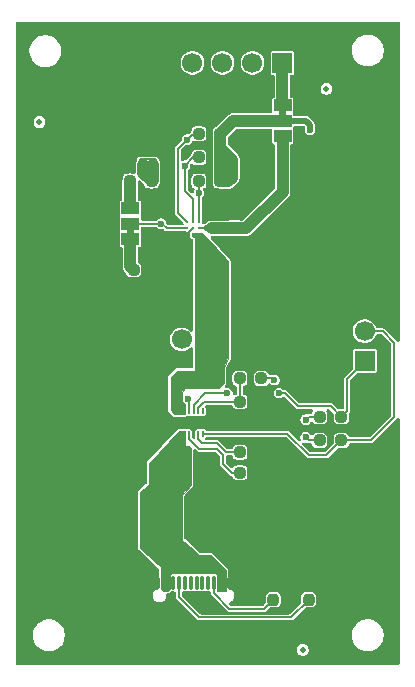
<source format=gbr>
%TF.GenerationSoftware,KiCad,Pcbnew,9.0.3*%
%TF.CreationDate,2025-08-03T17:59:23+05:30*%
%TF.ProjectId,BatteryCharger_FuelGauge_Breakout_Board,42617474-6572-4794-9368-61726765725f,rev?*%
%TF.SameCoordinates,Original*%
%TF.FileFunction,Copper,L1,Top*%
%TF.FilePolarity,Positive*%
%FSLAX46Y46*%
G04 Gerber Fmt 4.6, Leading zero omitted, Abs format (unit mm)*
G04 Created by KiCad (PCBNEW 9.0.3) date 2025-08-03 17:59:23*
%MOMM*%
%LPD*%
G01*
G04 APERTURE LIST*
G04 Aperture macros list*
%AMRoundRect*
0 Rectangle with rounded corners*
0 $1 Rounding radius*
0 $2 $3 $4 $5 $6 $7 $8 $9 X,Y pos of 4 corners*
0 Add a 4 corners polygon primitive as box body*
4,1,4,$2,$3,$4,$5,$6,$7,$8,$9,$2,$3,0*
0 Add four circle primitives for the rounded corners*
1,1,$1+$1,$2,$3*
1,1,$1+$1,$4,$5*
1,1,$1+$1,$6,$7*
1,1,$1+$1,$8,$9*
0 Add four rect primitives between the rounded corners*
20,1,$1+$1,$2,$3,$4,$5,0*
20,1,$1+$1,$4,$5,$6,$7,0*
20,1,$1+$1,$6,$7,$8,$9,0*
20,1,$1+$1,$8,$9,$2,$3,0*%
G04 Aperture macros list end*
%TA.AperFunction,Conductor*%
%ADD10C,0.100000*%
%TD*%
%TA.AperFunction,Conductor*%
%ADD11C,0.200000*%
%TD*%
%TA.AperFunction,EtchedComponent*%
%ADD12C,0.000000*%
%TD*%
%TA.AperFunction,SMDPad,CuDef*%
%ADD13RoundRect,0.237500X0.237500X-0.250000X0.237500X0.250000X-0.237500X0.250000X-0.237500X-0.250000X0*%
%TD*%
%TA.AperFunction,ComponentPad*%
%ADD14R,1.700000X1.700000*%
%TD*%
%TA.AperFunction,ComponentPad*%
%ADD15C,1.700000*%
%TD*%
%TA.AperFunction,SMDPad,CuDef*%
%ADD16RoundRect,0.237500X0.250000X0.237500X-0.250000X0.237500X-0.250000X-0.237500X0.250000X-0.237500X0*%
%TD*%
%TA.AperFunction,SMDPad,CuDef*%
%ADD17R,1.500000X1.000000*%
%TD*%
%TA.AperFunction,SMDPad,CuDef*%
%ADD18RoundRect,0.237500X0.300000X0.237500X-0.300000X0.237500X-0.300000X-0.237500X0.300000X-0.237500X0*%
%TD*%
%TA.AperFunction,SMDPad,CuDef*%
%ADD19RoundRect,0.237500X0.237500X-0.300000X0.237500X0.300000X-0.237500X0.300000X-0.237500X-0.300000X0*%
%TD*%
%TA.AperFunction,SMDPad,CuDef*%
%ADD20RoundRect,0.237500X-0.250000X-0.237500X0.250000X-0.237500X0.250000X0.237500X-0.250000X0.237500X0*%
%TD*%
%TA.AperFunction,SMDPad,CuDef*%
%ADD21RoundRect,0.150000X-0.150000X-0.425000X0.150000X-0.425000X0.150000X0.425000X-0.150000X0.425000X0*%
%TD*%
%TA.AperFunction,SMDPad,CuDef*%
%ADD22RoundRect,0.075000X-0.075000X-0.500000X0.075000X-0.500000X0.075000X0.500000X-0.075000X0.500000X0*%
%TD*%
%TA.AperFunction,HeatsinkPad*%
%ADD23O,1.000000X2.100000*%
%TD*%
%TA.AperFunction,HeatsinkPad*%
%ADD24O,1.000000X1.800000*%
%TD*%
%TA.AperFunction,SMDPad,CuDef*%
%ADD25C,0.500000*%
%TD*%
%TA.AperFunction,SMDPad,CuDef*%
%ADD26RoundRect,0.250000X-1.500000X-0.900000X1.500000X-0.900000X1.500000X0.900000X-1.500000X0.900000X0*%
%TD*%
%TA.AperFunction,BGAPad,CuDef*%
%ADD27C,0.245000*%
%TD*%
%TA.AperFunction,SMDPad,CuDef*%
%ADD28RoundRect,0.237500X-0.300000X-0.237500X0.300000X-0.237500X0.300000X0.237500X-0.300000X0.237500X0*%
%TD*%
%TA.AperFunction,SMDPad,CuDef*%
%ADD29RoundRect,0.050000X0.050000X-0.200000X0.050000X0.200000X-0.050000X0.200000X-0.050000X-0.200000X0*%
%TD*%
%TA.AperFunction,ComponentPad*%
%ADD30C,0.300000*%
%TD*%
%TA.AperFunction,HeatsinkPad*%
%ADD31R,1.500000X0.900000*%
%TD*%
%TA.AperFunction,ViaPad*%
%ADD32C,0.600000*%
%TD*%
%TA.AperFunction,Conductor*%
%ADD33C,0.500000*%
%TD*%
%TA.AperFunction,Conductor*%
%ADD34C,1.000000*%
%TD*%
%TA.AperFunction,Conductor*%
%ADD35C,0.150000*%
%TD*%
G04 APERTURE END LIST*
D10*
%TO.N,+BATT*%
X141800000Y-109400000D02*
X141800000Y-110675000D01*
X141375000Y-111100000D01*
X138500000Y-111100000D01*
X138300000Y-111400000D01*
X138300000Y-112200000D01*
X138500000Y-112466667D01*
X138500000Y-113300000D01*
X137625000Y-113300000D01*
X137300000Y-112975000D01*
X137300000Y-110125000D01*
X137825000Y-109600000D01*
X139400000Y-109600000D01*
X139400000Y-108550000D01*
X142200000Y-108550000D01*
X141800000Y-109400000D01*
%TA.AperFunction,Conductor*%
G36*
X141800000Y-109400000D02*
G01*
X141800000Y-110675000D01*
X141375000Y-111100000D01*
X138500000Y-111100000D01*
X138300000Y-111400000D01*
X138300000Y-112200000D01*
X138500000Y-112466667D01*
X138500000Y-113300000D01*
X137625000Y-113300000D01*
X137300000Y-112975000D01*
X137300000Y-110125000D01*
X137825000Y-109600000D01*
X139400000Y-109600000D01*
X139400000Y-108550000D01*
X142200000Y-108550000D01*
X141800000Y-109400000D01*
G37*
%TD.AperFunction*%
X140600000Y-98550000D02*
X142200000Y-100350000D01*
X142200000Y-103550000D01*
X142200000Y-108550000D01*
X139400000Y-108550000D01*
X139400000Y-98350000D01*
X139150000Y-98183334D01*
X139150000Y-97950000D01*
X140000000Y-97950000D01*
X140600000Y-98550000D01*
%TA.AperFunction,Conductor*%
G36*
X140600000Y-98550000D02*
G01*
X142200000Y-100350000D01*
X142200000Y-103550000D01*
X142200000Y-108550000D01*
X139400000Y-108550000D01*
X139400000Y-98350000D01*
X139150000Y-98183334D01*
X139150000Y-97950000D01*
X140000000Y-97950000D01*
X140600000Y-98550000D01*
G37*
%TD.AperFunction*%
%TO.N,GNDREF*%
X147000000Y-116100000D02*
X147000000Y-123212500D01*
X146112500Y-124100000D01*
X141450000Y-124100000D01*
X140600000Y-123250000D01*
X140600000Y-120700000D01*
X141000000Y-120200000D01*
X143900000Y-120200000D01*
X144400000Y-119800000D01*
X144400000Y-116100000D01*
X144700000Y-115800000D01*
X144900000Y-115800000D01*
X146700000Y-115800000D01*
X147000000Y-116100000D01*
%TA.AperFunction,Conductor*%
G36*
X147000000Y-116100000D02*
G01*
X147000000Y-123212500D01*
X146112500Y-124100000D01*
X141450000Y-124100000D01*
X140600000Y-123250000D01*
X140600000Y-120700000D01*
X141000000Y-120200000D01*
X143900000Y-120200000D01*
X144400000Y-119800000D01*
X144400000Y-116100000D01*
X144700000Y-115800000D01*
X144900000Y-115800000D01*
X146700000Y-115800000D01*
X147000000Y-116100000D01*
G37*
%TD.AperFunction*%
%TO.N,VDDEx*%
D11*
X134750000Y-92250000D02*
X136000000Y-92250000D01*
X134750000Y-92250000D01*
D10*
%TO.N,Net-(D1-A1)*%
X138500000Y-116000000D02*
X138875000Y-116000000D01*
X139000000Y-116125000D01*
X139000000Y-119312500D01*
X138400000Y-119957244D01*
X138250000Y-120100970D01*
X138250000Y-123900000D01*
X139250000Y-124750000D01*
X139750000Y-125250000D01*
X140750000Y-125250000D01*
X142000000Y-126500000D01*
X142000000Y-127000000D01*
X142000000Y-128250000D01*
X141250000Y-128250000D01*
X141250000Y-126892468D01*
X141057546Y-126702405D01*
X137437500Y-126700119D01*
X137250000Y-126887500D01*
X137250000Y-128062500D01*
X137062500Y-128250000D01*
X136640625Y-128250000D01*
X136500000Y-128109375D01*
X136500000Y-126250000D01*
X134750000Y-124600000D01*
X134750000Y-119850000D01*
X135500000Y-119250000D01*
X135500000Y-117500000D01*
X138000000Y-114750000D01*
X138500000Y-114750000D01*
X138500000Y-116000000D01*
%TA.AperFunction,Conductor*%
G36*
X138500000Y-116000000D02*
G01*
X138875000Y-116000000D01*
X139000000Y-116125000D01*
X139000000Y-119312500D01*
X138400000Y-119957244D01*
X138250000Y-120100970D01*
X138250000Y-123900000D01*
X139250000Y-124750000D01*
X139750000Y-125250000D01*
X140750000Y-125250000D01*
X142000000Y-126500000D01*
X142000000Y-127000000D01*
X142000000Y-128250000D01*
X141250000Y-128250000D01*
X141250000Y-126892468D01*
X141057546Y-126702405D01*
X137437500Y-126700119D01*
X137250000Y-126887500D01*
X137250000Y-128062500D01*
X137062500Y-128250000D01*
X136640625Y-128250000D01*
X136500000Y-128109375D01*
X136500000Y-126250000D01*
X134750000Y-124600000D01*
X134750000Y-119850000D01*
X135500000Y-119250000D01*
X135500000Y-117500000D01*
X138000000Y-114750000D01*
X138500000Y-114750000D01*
X138500000Y-116000000D01*
G37*
%TD.AperFunction*%
%TO.N,VDDEx*%
D11*
X134700000Y-91724600D02*
X136050000Y-91724600D01*
X136050000Y-91900000D01*
X134700000Y-91900000D01*
X134700000Y-91724600D01*
D10*
%TO.N,GNDREF*%
X138850000Y-98190000D02*
X138650000Y-98350000D01*
X138650000Y-104550000D01*
X136900000Y-106150000D01*
X136900000Y-107950000D01*
X136300000Y-108550000D01*
X134762500Y-108550000D01*
X134250000Y-108037500D01*
X134250000Y-103800000D01*
X135500000Y-102250000D01*
X135500000Y-100250000D01*
X135800000Y-100250000D01*
X137700000Y-98700000D01*
X138350000Y-97900000D01*
X138850000Y-97900000D01*
X138850000Y-98190000D01*
%TA.AperFunction,Conductor*%
G36*
X138850000Y-98190000D02*
G01*
X138650000Y-98350000D01*
X138650000Y-104550000D01*
X136900000Y-106150000D01*
X136900000Y-107950000D01*
X136300000Y-108550000D01*
X134762500Y-108550000D01*
X134250000Y-108037500D01*
X134250000Y-103800000D01*
X135500000Y-102250000D01*
X135500000Y-100250000D01*
X135800000Y-100250000D01*
X137700000Y-98700000D01*
X138350000Y-97900000D01*
X138850000Y-97900000D01*
X138850000Y-98190000D01*
G37*
%TD.AperFunction*%
D12*
%TA.AperFunction,EtchedComponent*%
%TD*%
%TO.C,JP2*%
G36*
X147100000Y-88050000D02*
G01*
X146500000Y-88050000D01*
X146500000Y-87550000D01*
X147100000Y-87550000D01*
X147100000Y-88050000D01*
G37*
%TD.AperFunction*%
%TA.AperFunction,EtchedComponent*%
%TO.C,JP1*%
G36*
X134207500Y-98050000D02*
G01*
X133607500Y-98050000D01*
X133607500Y-97550000D01*
X134207500Y-97550000D01*
X134207500Y-98050000D01*
G37*
%TD.AperFunction*%
%TD*%
D13*
%TO.P,R13,1*%
%TO.N,Net-(J3-CC2)*%
X146000000Y-129000000D03*
%TO.P,R13,2*%
%TO.N,GNDREF*%
X146000000Y-127175000D03*
%TD*%
D14*
%TO.P,J1,1,Pin_1*%
%TO.N,VDDE*%
X146780000Y-83550000D03*
D15*
%TO.P,J1,2,Pin_2*%
%TO.N,/GPOUT*%
X144240000Y-83550000D03*
%TO.P,J1,3,Pin_3*%
%TO.N,/SCL*%
X141700000Y-83550000D03*
%TO.P,J1,4,Pin_4*%
%TO.N,/SDA*%
X139160000Y-83550000D03*
%TO.P,J1,5,Pin_5*%
%TO.N,GNDREF*%
X136620000Y-83550000D03*
%TD*%
D16*
%TO.P,R1,1*%
%TO.N,VDDEx*%
X141525000Y-89550000D03*
%TO.P,R1,2*%
%TO.N,/GPOUT*%
X139700000Y-89550000D03*
%TD*%
D17*
%TO.P,JP2,1,A*%
%TO.N,VDDE*%
X146800000Y-87150000D03*
%TO.P,JP2,2,C*%
%TO.N,VDDEx*%
X146800000Y-88450000D03*
%TO.P,JP2,3,B*%
%TO.N,VDD*%
X146800000Y-89750000D03*
%TD*%
D16*
%TO.P,R4,1*%
%TO.N,VDDEx*%
X135700000Y-93550000D03*
%TO.P,R4,2*%
%TO.N,Net-(JP1-B)*%
X133875000Y-93550000D03*
%TD*%
D18*
%TO.P,C3,1*%
%TO.N,Net-(D1-A1)*%
X136112500Y-118750000D03*
%TO.P,C3,2*%
%TO.N,GNDREF*%
X134387500Y-118750000D03*
%TD*%
D13*
%TO.P,R14,1*%
%TO.N,Net-(J3-CC1)*%
X149000000Y-129000000D03*
%TO.P,R14,2*%
%TO.N,GNDREF*%
X149000000Y-127175000D03*
%TD*%
D19*
%TO.P,C1,1*%
%TO.N,VDD*%
X142700000Y-97512500D03*
%TO.P,C1,2*%
%TO.N,GNDREF*%
X142700000Y-95787500D03*
%TD*%
D20*
%TO.P,R5,1*%
%TO.N,/BIN1*%
X134175000Y-101050000D03*
%TO.P,R5,2*%
%TO.N,GNDREF*%
X136000000Y-101050000D03*
%TD*%
D21*
%TO.P,J3,A1,GND*%
%TO.N,GNDREF*%
X136050000Y-127570000D03*
%TO.P,J3,A4,VBUS*%
%TO.N,Net-(D1-A1)*%
X136850000Y-127570000D03*
D22*
%TO.P,J3,A5,CC1*%
%TO.N,Net-(J3-CC1)*%
X138000000Y-127570000D03*
%TO.P,J3,A6,D+*%
%TO.N,unconnected-(J3-D+-PadA6)*%
X139000000Y-127570000D03*
%TO.P,J3,A7,D-*%
%TO.N,unconnected-(J3-D--PadA7)*%
X139500000Y-127570000D03*
%TO.P,J3,A8,SBU1*%
%TO.N,unconnected-(J3-SBU1-PadA8)*%
X140500000Y-127570000D03*
D21*
%TO.P,J3,A9,VBUS*%
%TO.N,Net-(D1-A1)*%
X141650000Y-127570000D03*
%TO.P,J3,A12,GND*%
%TO.N,GNDREF*%
X142450000Y-127570000D03*
%TO.P,J3,B1,GND*%
X142450000Y-127570000D03*
%TO.P,J3,B4,VBUS*%
%TO.N,Net-(D1-A1)*%
X141650000Y-127570000D03*
D22*
%TO.P,J3,B5,CC2*%
%TO.N,Net-(J3-CC2)*%
X141000000Y-127570000D03*
%TO.P,J3,B6,D+*%
%TO.N,unconnected-(J3-D+-PadB6)*%
X140000000Y-127570000D03*
%TO.P,J3,B7,D-*%
%TO.N,unconnected-(J3-D--PadB7)*%
X138500000Y-127570000D03*
%TO.P,J3,B8,SBU2*%
%TO.N,unconnected-(J3-SBU2-PadB8)*%
X137500000Y-127570000D03*
D21*
%TO.P,J3,B9,VBUS*%
%TO.N,Net-(D1-A1)*%
X136850000Y-127570000D03*
%TO.P,J3,B12,GND*%
%TO.N,GNDREF*%
X136050000Y-127570000D03*
D23*
%TO.P,J3,S1,SHIELD*%
X134930000Y-128145000D03*
D24*
X134930000Y-132325000D03*
D23*
X143570000Y-128145000D03*
D24*
X143570000Y-132325000D03*
%TD*%
D20*
%TO.P,R11,1*%
%TO.N,VDDEx*%
X149925000Y-115500000D03*
%TO.P,R11,2*%
%TO.N,/~{PG}*%
X151750000Y-115500000D03*
%TD*%
D25*
%TO.P,FID1,*%
%TO.N,*%
X150500000Y-85750000D03*
%TD*%
D20*
%TO.P,R6,1*%
%TO.N,Net-(U2-PRETERM)*%
X143175000Y-116500000D03*
%TO.P,R6,2*%
%TO.N,GNDREF*%
X145000000Y-116500000D03*
%TD*%
D17*
%TO.P,JP1,1,A*%
%TO.N,/BIN1*%
X133907500Y-98450000D03*
%TO.P,JP1,2,C*%
%TO.N,/BIN*%
X133907500Y-97150000D03*
%TO.P,JP1,3,B*%
%TO.N,Net-(JP1-B)*%
X133907500Y-95850000D03*
%TD*%
D26*
%TO.P,D1,1,A1*%
%TO.N,Net-(D1-A1)*%
X136550000Y-122500000D03*
%TO.P,D1,2,A2*%
%TO.N,GNDREF*%
X141950000Y-122500000D03*
%TD*%
D20*
%TO.P,R10,1*%
%TO.N,VDDEx*%
X149925000Y-113500000D03*
%TO.P,R10,2*%
%TO.N,/~{CHG}*%
X151750000Y-113500000D03*
%TD*%
D14*
%TO.P,J4,1,Pin_1*%
%TO.N,/~{CHG}*%
X153750000Y-108790000D03*
D15*
%TO.P,J4,2,Pin_2*%
%TO.N,/~{PG}*%
X153750000Y-106250000D03*
%TO.P,J4,3,Pin_3*%
%TO.N,GNDREF*%
X153750000Y-103710000D03*
%TD*%
D27*
%TO.P,U1,A1,GPOUT*%
%TO.N,/GPOUT*%
X138700000Y-97050000D03*
%TO.P,U1,A2,SDA*%
%TO.N,/SDA*%
X139200000Y-97050000D03*
%TO.P,U1,A3,SCL*%
%TO.N,/SCL*%
X139700000Y-97050000D03*
%TO.P,U1,B1,BIN*%
%TO.N,/BIN*%
X138700000Y-97550000D03*
%TO.P,U1,B2,VSS*%
%TO.N,GNDREF*%
X139200000Y-97550000D03*
%TO.P,U1,B3,VDD*%
%TO.N,VDD*%
X139700000Y-97550000D03*
%TO.P,U1,C1,NC*%
%TO.N,GNDREF*%
X138700000Y-98050000D03*
%TO.P,U1,C2,BAT*%
%TO.N,+BATT*%
X139200000Y-98050000D03*
%TO.P,U1,C3,BAT*%
X139700000Y-98050000D03*
%TD*%
D20*
%TO.P,R7,1*%
%TO.N,Net-(U2-ISET)*%
X143175000Y-118250000D03*
%TO.P,R7,2*%
%TO.N,GNDREF*%
X145000000Y-118250000D03*
%TD*%
D25*
%TO.P,FID3,*%
%TO.N,*%
X148500000Y-133250000D03*
%TD*%
D28*
%TO.P,C4,1*%
%TO.N,Net-(D1-A1)*%
X138525000Y-117000000D03*
%TO.P,C4,2*%
%TO.N,GNDREF*%
X140250000Y-117000000D03*
%TD*%
D16*
%TO.P,R8,1*%
%TO.N,Net-(D1-A1)*%
X145000000Y-110250000D03*
%TO.P,R8,2*%
%TO.N,Net-(U2-ISET2)*%
X143175000Y-110250000D03*
%TD*%
D20*
%TO.P,R9,1*%
%TO.N,Net-(U2-ISET2)*%
X143175000Y-112250000D03*
%TO.P,R9,2*%
%TO.N,GNDREF*%
X145000000Y-112250000D03*
%TD*%
D14*
%TO.P,J2,1,Pin_1*%
%TO.N,+BATT*%
X140800000Y-106950000D03*
D15*
%TO.P,J2,2,Pin_2*%
%TO.N,/BIN*%
X138260000Y-106950000D03*
%TO.P,J2,3,Pin_3*%
%TO.N,GNDREF*%
X135720000Y-106950000D03*
%TD*%
D29*
%TO.P,U2,1,IN*%
%TO.N,Net-(D1-A1)*%
X138450000Y-114950000D03*
%TO.P,U2,2,ISET*%
%TO.N,Net-(U2-ISET)*%
X138850000Y-114950000D03*
%TO.P,U2,3,VSS*%
%TO.N,GNDREF*%
X139250000Y-114950000D03*
%TO.P,U2,4,PRETERM*%
%TO.N,Net-(U2-PRETERM)*%
X139650000Y-114950000D03*
%TO.P,U2,5,~{PG}*%
%TO.N,/~{PG}*%
X140050000Y-114950000D03*
%TO.P,U2,6,NC*%
%TO.N,unconnected-(U2-NC-Pad6)*%
X140050000Y-113050000D03*
%TO.P,U2,7,ISET2*%
%TO.N,Net-(U2-ISET2)*%
X139650000Y-113050000D03*
%TO.P,U2,8,~{CHG}*%
%TO.N,/~{CHG}*%
X139250000Y-113050000D03*
%TO.P,U2,9,TS*%
%TO.N,/BIN*%
X138850000Y-113050000D03*
%TO.P,U2,10,OUT*%
%TO.N,+BATT*%
X138450000Y-113050000D03*
D30*
%TO.P,U2,11,EPAD*%
%TO.N,GNDREF*%
X138750000Y-114000000D03*
D31*
X139250000Y-114000000D03*
D30*
X139750000Y-114000000D03*
%TD*%
D16*
%TO.P,R2,1*%
%TO.N,VDDEx*%
X141525000Y-93550000D03*
%TO.P,R2,2*%
%TO.N,/SCL*%
X139700000Y-93550000D03*
%TD*%
D25*
%TO.P,FID2,*%
%TO.N,*%
X126200000Y-88550000D03*
%TD*%
D18*
%TO.P,C5,1*%
%TO.N,+BATT*%
X137862500Y-110750000D03*
%TO.P,C5,2*%
%TO.N,GNDREF*%
X136137500Y-110750000D03*
%TD*%
%TO.P,C2,1*%
%TO.N,+BATT*%
X139912500Y-101050000D03*
%TO.P,C2,2*%
%TO.N,GNDREF*%
X138187500Y-101050000D03*
%TD*%
D16*
%TO.P,R3,1*%
%TO.N,VDDEx*%
X141525000Y-91550000D03*
%TO.P,R3,2*%
%TO.N,/SDA*%
X139700000Y-91550000D03*
%TD*%
D32*
%TO.N,GNDREF*%
X139500000Y-88000000D03*
X138200000Y-102050000D03*
X133000000Y-107000000D03*
X150000000Y-122500000D03*
X130000000Y-127500000D03*
X138010000Y-104660000D03*
X137700000Y-99350000D03*
X125000000Y-115000000D03*
X144000000Y-103000000D03*
X125000000Y-120000000D03*
X130500000Y-91500000D03*
X143950000Y-94550000D03*
X140750000Y-114000000D03*
X142000000Y-132325000D03*
X125000000Y-100000000D03*
X133000000Y-103000000D03*
X133000000Y-105000000D03*
X138187500Y-103350000D03*
X138400000Y-99350000D03*
X125000000Y-85000000D03*
X144000000Y-108000000D03*
X135000000Y-90000000D03*
X130500000Y-95500000D03*
X139500000Y-132325000D03*
X145000000Y-119600000D03*
X141000000Y-86000000D03*
X149000000Y-82500000D03*
X131500000Y-120000000D03*
X135400000Y-126400000D03*
X135000000Y-87500000D03*
X147600000Y-127175000D03*
X137200000Y-99850000D03*
X146300000Y-118200000D03*
X125000000Y-105000000D03*
X125000000Y-95000000D03*
X144000000Y-105500000D03*
X131500000Y-124000000D03*
X143000000Y-126400000D03*
X138400000Y-99950000D03*
X147500000Y-81500000D03*
X143950000Y-95800000D03*
X156000000Y-95000000D03*
X144000000Y-100000000D03*
X147600000Y-125900000D03*
X134500000Y-111000000D03*
X145000000Y-113250000D03*
X149000000Y-86500000D03*
X138350000Y-98700000D03*
X156000000Y-100000000D03*
X138500000Y-81500000D03*
X156000000Y-115000000D03*
X135000000Y-85500000D03*
X150000000Y-117500000D03*
X130000000Y-117500000D03*
X131500000Y-126000000D03*
X133500000Y-83600000D03*
X130000000Y-122500000D03*
X144500000Y-81500000D03*
X146200000Y-116500000D03*
X144500000Y-86500000D03*
X150000000Y-132500000D03*
X132500000Y-132500000D03*
X137100000Y-102150000D03*
X134500000Y-109500000D03*
X156000000Y-90000000D03*
X141500000Y-81500000D03*
X156000000Y-120000000D03*
X125000000Y-125000000D03*
X145000000Y-121100000D03*
X135000000Y-81600000D03*
X156000000Y-105000000D03*
X134900000Y-104650000D03*
X134950000Y-103500000D03*
X135200000Y-83550000D03*
X156000000Y-130127397D03*
X149000000Y-92500000D03*
X136500000Y-132325000D03*
X149000000Y-95500000D03*
X125000000Y-110000000D03*
X146500000Y-98000000D03*
X135950000Y-109550000D03*
X137750000Y-114000000D03*
X149000000Y-84500000D03*
X156000000Y-85000000D03*
X146000000Y-132500000D03*
X125000000Y-130000000D03*
X150000000Y-126000000D03*
X145000000Y-122400000D03*
X131500000Y-122000000D03*
X135000000Y-117000000D03*
X133250000Y-118750000D03*
X130500000Y-99500000D03*
X133500000Y-126000000D03*
X145000000Y-126000000D03*
X125000000Y-90000000D03*
X150000000Y-127500000D03*
X156000000Y-125000000D03*
X130500000Y-87500000D03*
%TO.N,/GPOUT*%
X138700000Y-90050000D03*
%TO.N,/SCL*%
X139700000Y-94550000D03*
%TO.N,/SDA*%
X138500000Y-92250000D03*
%TO.N,/BIN*%
X138800000Y-112000000D03*
X136500000Y-97150000D03*
%TO.N,VDDEx*%
X135800000Y-92150000D03*
X148750000Y-113750000D03*
X142500000Y-91750000D03*
X142500000Y-93350000D03*
X148750000Y-115250000D03*
X149100000Y-89200000D03*
X135000000Y-92150000D03*
X142500000Y-92550000D03*
%TO.N,Net-(D1-A1)*%
X138650000Y-118250000D03*
X146100000Y-110400000D03*
%TO.N,/~{CHG}*%
X142100000Y-111500000D03*
X146500000Y-111500000D03*
%TD*%
D11*
%TO.N,Net-(U2-ISET2)*%
X139650000Y-112772936D02*
X140172936Y-112250000D01*
X140172936Y-112250000D02*
X143175000Y-112250000D01*
X139650000Y-113050000D02*
X139650000Y-112772936D01*
D33*
%TO.N,VDD*%
X140300000Y-97550000D02*
X140800000Y-97550000D01*
D34*
X143700000Y-97550000D02*
X140800000Y-97550000D01*
D11*
X139700000Y-97550000D02*
X140300000Y-97550000D01*
D34*
X146800000Y-89750000D02*
X146800000Y-94450000D01*
X146800000Y-94450000D02*
X143700000Y-97550000D01*
D11*
%TO.N,GNDREF*%
X136050000Y-126650000D02*
X135800000Y-126400000D01*
X142450000Y-126650000D02*
X142450000Y-127570000D01*
D35*
X138350000Y-98700000D02*
X137800000Y-99250000D01*
D11*
X149000000Y-127000000D02*
X150000000Y-126000000D01*
X138749000Y-98001000D02*
X138749000Y-97951000D01*
D35*
X136000000Y-101850000D02*
X136300000Y-102150000D01*
D11*
X136137500Y-109737500D02*
X135950000Y-109550000D01*
X135200000Y-103950000D02*
X136600000Y-103950000D01*
D35*
X136000000Y-101550000D02*
X136000000Y-101850000D01*
D11*
X138400000Y-101400000D02*
X138400000Y-99850000D01*
X134930000Y-126670000D02*
X134930000Y-128145000D01*
D35*
X136300000Y-102150000D02*
X137100000Y-102150000D01*
D11*
X146000000Y-127175000D02*
X147600000Y-127175000D01*
X138187500Y-101050000D02*
X138187500Y-103350000D01*
X138400000Y-99850000D02*
X137800000Y-99250000D01*
D35*
X138100000Y-102150000D02*
X138200000Y-102050000D01*
D11*
X135800000Y-103975000D02*
X136550000Y-103225000D01*
X136575000Y-100175000D02*
X138700000Y-98050000D01*
X134900000Y-103550000D02*
X134950000Y-103500000D01*
X138350000Y-101450000D02*
X138350000Y-98700000D01*
X136900000Y-104250000D02*
X136900000Y-105450000D01*
D35*
X137800000Y-99250000D02*
X137400000Y-99650000D01*
D11*
X143570000Y-128145000D02*
X143570000Y-126670000D01*
X139500000Y-132325000D02*
X142000000Y-132325000D01*
D33*
X138750000Y-114000000D02*
X137750000Y-114000000D01*
D11*
X135720000Y-106370000D02*
X134900000Y-105550000D01*
X135800000Y-109400000D02*
X135800000Y-103975000D01*
X143300000Y-126400000D02*
X143000000Y-126400000D01*
X137800000Y-99250000D02*
X137900000Y-99150000D01*
X143570000Y-126670000D02*
X143300000Y-126400000D01*
X136500000Y-132325000D02*
X139500000Y-132325000D01*
X145000000Y-112250000D02*
X145000000Y-113250000D01*
X142700000Y-95787500D02*
X143937500Y-95787500D01*
X143950000Y-95800000D02*
X143950000Y-94550000D01*
X134900000Y-105550000D02*
X134900000Y-104650000D01*
X138010000Y-104660000D02*
X135720000Y-106950000D01*
X147600000Y-127175000D02*
X149000000Y-127175000D01*
X134500000Y-118750000D02*
X133250000Y-118750000D01*
D35*
X136575000Y-100475000D02*
X138350000Y-98700000D01*
D11*
X147600000Y-127175000D02*
X147600000Y-125900000D01*
D35*
X137100000Y-102150000D02*
X138100000Y-102150000D01*
X138700000Y-98050000D02*
X139200000Y-97550000D01*
D11*
X134900000Y-104650000D02*
X134900000Y-104250000D01*
X136900000Y-105450000D02*
X136400000Y-105950000D01*
X135000000Y-115750000D02*
X135000000Y-117000000D01*
X135800000Y-126400000D02*
X135400000Y-126400000D01*
X136000000Y-102450000D02*
X136000000Y-101550000D01*
D35*
X136000000Y-101050000D02*
X136000000Y-101550000D01*
D11*
X136575000Y-101075000D02*
X138500000Y-99150000D01*
X135200000Y-126400000D02*
X134930000Y-126670000D01*
X137800000Y-99850000D02*
X138400000Y-99250000D01*
X138187500Y-103350000D02*
X138187500Y-104482500D01*
X139250000Y-114950000D02*
X139250000Y-114000000D01*
X138700000Y-98050000D02*
X138749000Y-98001000D01*
X138187500Y-104482500D02*
X138010000Y-104660000D01*
X136700000Y-83550000D02*
X135200000Y-83550000D01*
X134930000Y-132325000D02*
X136500000Y-132325000D01*
X142700000Y-126400000D02*
X142450000Y-126650000D01*
X134950000Y-103500000D02*
X136000000Y-102450000D01*
X134900000Y-104650000D02*
X134900000Y-103550000D01*
X137200000Y-99850000D02*
X137800000Y-99850000D01*
X136050000Y-127570000D02*
X136050000Y-126650000D01*
D33*
X139750000Y-114000000D02*
X140750000Y-114000000D01*
D35*
X136000000Y-101050000D02*
X137400000Y-99650000D01*
D11*
X135400000Y-126400000D02*
X135200000Y-126400000D01*
X135950000Y-109550000D02*
X135800000Y-109400000D01*
X136600000Y-103950000D02*
X136900000Y-104250000D01*
X134900000Y-104250000D02*
X135200000Y-103950000D01*
X142000000Y-132325000D02*
X143570000Y-132325000D01*
X146000000Y-127000000D02*
X145000000Y-126000000D01*
X143000000Y-126400000D02*
X142700000Y-126400000D01*
X136137500Y-110750000D02*
X136137500Y-109737500D01*
X143937500Y-95787500D02*
X143950000Y-95800000D01*
%TO.N,+BATT*%
X139250000Y-110750000D02*
X140800000Y-109200000D01*
X140800000Y-109200000D02*
X140800000Y-106950000D01*
X137862500Y-110750000D02*
X139250000Y-110750000D01*
%TO.N,/GPOUT*%
X137900000Y-90850000D02*
X139200000Y-89550000D01*
X139200000Y-89550000D02*
X139700000Y-89550000D01*
X138700000Y-97050000D02*
X137900000Y-96250000D01*
X137900000Y-96250000D02*
X137900000Y-90850000D01*
%TO.N,/SCL*%
X139700000Y-97050000D02*
X139700000Y-94550000D01*
X139700000Y-94550000D02*
X139700000Y-93550000D01*
D34*
%TO.N,VDDE*%
X146780000Y-83550000D02*
X146780000Y-87130000D01*
D11*
%TO.N,/SDA*%
X139200000Y-91550000D02*
X139700000Y-91550000D01*
X139200000Y-95050000D02*
X138500000Y-94350000D01*
X138500000Y-92250000D02*
X139200000Y-91550000D01*
X139200000Y-97050000D02*
X139200000Y-95050000D01*
X138500000Y-94350000D02*
X138500000Y-92250000D01*
%TO.N,/BIN*%
X136500000Y-97150000D02*
X133907500Y-97150000D01*
X138850000Y-113050000D02*
X138850000Y-112250000D01*
X138800000Y-112200000D02*
X138850000Y-112250000D01*
X136600000Y-97150000D02*
X136500000Y-97150000D01*
X137000000Y-97550000D02*
X136600000Y-97150000D01*
X138700000Y-97550000D02*
X137000000Y-97550000D01*
D34*
%TO.N,VDDEx*%
X142200000Y-93550000D02*
X141525000Y-93550000D01*
X135000000Y-92150000D02*
X135000000Y-92850000D01*
X141525000Y-89550000D02*
X141525000Y-91550000D01*
X142500000Y-91750000D02*
X142500000Y-92550000D01*
D33*
X148750000Y-88450000D02*
X146800000Y-88450000D01*
X149100000Y-88800000D02*
X148750000Y-88450000D01*
D11*
X149000000Y-115500000D02*
X149925000Y-115500000D01*
D34*
X142625000Y-88450000D02*
X141525000Y-89550000D01*
X141525000Y-89550000D02*
X141525000Y-90750000D01*
D11*
X149925000Y-113500000D02*
X149000000Y-113500000D01*
D34*
X135800000Y-93450000D02*
X135800000Y-92150000D01*
X135000000Y-92850000D02*
X135700000Y-93550000D01*
X142500000Y-92550000D02*
X142500000Y-93250000D01*
X135700000Y-93550000D02*
X135800000Y-93450000D01*
D11*
X149000000Y-113500000D02*
X148750000Y-113750000D01*
X148750000Y-115250000D02*
X149000000Y-115500000D01*
D34*
X146800000Y-88450000D02*
X142625000Y-88450000D01*
X141525000Y-91550000D02*
X141525000Y-93550000D01*
X142500000Y-93250000D02*
X142200000Y-93550000D01*
X142500000Y-91725000D02*
X142500000Y-91750000D01*
D33*
X149100000Y-89200000D02*
X149100000Y-88800000D01*
D34*
X141525000Y-90750000D02*
X142500000Y-91725000D01*
%TO.N,Net-(JP1-B)*%
X133875000Y-93550000D02*
X133875000Y-95817500D01*
D11*
%TO.N,Net-(D1-A1)*%
X145000000Y-110250000D02*
X145950000Y-110250000D01*
X138450000Y-114950000D02*
X138450000Y-118050000D01*
X145950000Y-110250000D02*
X146100000Y-110400000D01*
X136850000Y-127570000D02*
X136850000Y-122800000D01*
X138450000Y-118050000D02*
X138650000Y-118250000D01*
%TO.N,Net-(J3-CC1)*%
X139750000Y-130500000D02*
X138000000Y-128750000D01*
X147500000Y-130500000D02*
X139750000Y-130500000D01*
X138000000Y-128750000D02*
X138000000Y-127570000D01*
X149000000Y-129000000D02*
X147500000Y-130500000D01*
%TO.N,Net-(J3-CC2)*%
X146000000Y-129000000D02*
X145250000Y-129750000D01*
X145250000Y-129750000D02*
X142288992Y-129750000D01*
X142288992Y-129750000D02*
X141000000Y-128461008D01*
X141000000Y-128461008D02*
X141000000Y-127570000D01*
%TO.N,/~{CHG}*%
X139250000Y-113050000D02*
X139250000Y-112500000D01*
X152250000Y-110290000D02*
X153750000Y-108790000D01*
X140250000Y-111500000D02*
X142100000Y-111500000D01*
X148125000Y-112625000D02*
X150875000Y-112625000D01*
X146500000Y-111500000D02*
X147000000Y-111500000D01*
X152250000Y-113000000D02*
X152250000Y-110290000D01*
X147000000Y-111500000D02*
X148125000Y-112625000D01*
X150875000Y-112625000D02*
X151750000Y-113500000D01*
X151750000Y-113500000D02*
X152250000Y-113000000D01*
X139250000Y-112500000D02*
X140250000Y-111500000D01*
%TO.N,/~{PG}*%
X155250000Y-106250000D02*
X153750000Y-106250000D01*
X151750000Y-115500000D02*
X154250000Y-115500000D01*
X156250000Y-107250000D02*
X155250000Y-106250000D01*
X149000000Y-116750000D02*
X150500000Y-116750000D01*
X140050000Y-114950000D02*
X147200000Y-114950000D01*
X147200000Y-114950000D02*
X149000000Y-116750000D01*
X154250000Y-115500000D02*
X156250000Y-113500000D01*
X156250000Y-113500000D02*
X156250000Y-107250000D01*
X150500000Y-116750000D02*
X151750000Y-115500000D01*
%TO.N,Net-(U2-PRETERM)*%
X140000000Y-115750000D02*
X139650000Y-115400000D01*
X143175000Y-116500000D02*
X142000000Y-116500000D01*
X141250000Y-115750000D02*
X140000000Y-115750000D01*
X139650000Y-115400000D02*
X139650000Y-114950000D01*
X142000000Y-116500000D02*
X141250000Y-115750000D01*
%TO.N,Net-(U2-ISET)*%
X141250000Y-116250000D02*
X141750000Y-116750000D01*
X139750000Y-116250000D02*
X141250000Y-116250000D01*
X138850000Y-115350000D02*
X139750000Y-116250000D01*
X138850000Y-114950000D02*
X138850000Y-115350000D01*
X141750000Y-117500000D02*
X142500000Y-118250000D01*
X141750000Y-116750000D02*
X141750000Y-117500000D01*
X142500000Y-118250000D02*
X143175000Y-118250000D01*
%TO.N,Net-(U2-ISET2)*%
X143175000Y-110325000D02*
X143175000Y-112250000D01*
D34*
%TO.N,/BIN1*%
X133907500Y-98450000D02*
X133907500Y-100782500D01*
X133907500Y-100782500D02*
X134175000Y-101050000D01*
%TD*%
%TA.AperFunction,Conductor*%
%TO.N,GNDREF*%
G36*
X156642539Y-80070185D02*
G01*
X156688294Y-80122989D01*
X156699500Y-80174500D01*
X156699500Y-107057210D01*
X156692380Y-107081454D01*
X156689268Y-107106535D01*
X156682703Y-107114413D01*
X156679815Y-107124249D01*
X156660719Y-107140795D01*
X156644540Y-107160212D01*
X156634759Y-107163290D01*
X156627011Y-107170004D01*
X156601999Y-107173600D01*
X156577893Y-107181187D01*
X156568001Y-107178488D01*
X156557853Y-107179948D01*
X156534866Y-107169450D01*
X156510486Y-107162800D01*
X156498580Y-107152879D01*
X156494297Y-107150923D01*
X156491382Y-107146880D01*
X156483372Y-107140206D01*
X156469098Y-107124361D01*
X156462364Y-107108104D01*
X156462364Y-107108103D01*
X156391897Y-107037636D01*
X156391895Y-107037635D01*
X155391897Y-106037636D01*
X155299829Y-105999500D01*
X155299828Y-105999500D01*
X154812026Y-105999500D01*
X154744987Y-105979815D01*
X154699232Y-105927011D01*
X154697465Y-105922952D01*
X154636635Y-105776091D01*
X154636628Y-105776079D01*
X154527139Y-105612218D01*
X154527136Y-105612214D01*
X154387785Y-105472863D01*
X154387781Y-105472860D01*
X154223920Y-105363371D01*
X154223907Y-105363364D01*
X154041839Y-105287950D01*
X154041829Y-105287947D01*
X153848543Y-105249500D01*
X153848541Y-105249500D01*
X153651459Y-105249500D01*
X153651457Y-105249500D01*
X153458170Y-105287947D01*
X153458160Y-105287950D01*
X153276092Y-105363364D01*
X153276079Y-105363371D01*
X153112218Y-105472860D01*
X153112214Y-105472863D01*
X152972863Y-105612214D01*
X152972860Y-105612218D01*
X152863371Y-105776079D01*
X152863364Y-105776092D01*
X152787950Y-105958160D01*
X152787947Y-105958170D01*
X152749500Y-106151456D01*
X152749500Y-106151459D01*
X152749500Y-106348541D01*
X152749500Y-106348543D01*
X152749499Y-106348543D01*
X152787947Y-106541829D01*
X152787950Y-106541839D01*
X152863364Y-106723907D01*
X152863371Y-106723920D01*
X152972860Y-106887781D01*
X152972863Y-106887785D01*
X153112214Y-107027136D01*
X153112218Y-107027139D01*
X153276079Y-107136628D01*
X153276092Y-107136635D01*
X153458160Y-107212049D01*
X153458165Y-107212051D01*
X153458169Y-107212051D01*
X153458170Y-107212052D01*
X153651456Y-107250500D01*
X153651459Y-107250500D01*
X153848543Y-107250500D01*
X153978582Y-107224632D01*
X154041835Y-107212051D01*
X154223914Y-107136632D01*
X154387782Y-107027139D01*
X154527139Y-106887782D01*
X154636632Y-106723914D01*
X154636633Y-106723911D01*
X154636635Y-106723908D01*
X154697465Y-106577048D01*
X154741305Y-106522644D01*
X154807599Y-106500579D01*
X154812026Y-106500500D01*
X155094877Y-106500500D01*
X155161916Y-106520185D01*
X155182558Y-106536819D01*
X155963181Y-107317441D01*
X155996666Y-107378764D01*
X155999500Y-107405122D01*
X155999500Y-113344877D01*
X155979815Y-113411916D01*
X155963181Y-113432558D01*
X154182558Y-115213181D01*
X154121235Y-115246666D01*
X154094877Y-115249500D01*
X152496683Y-115249500D01*
X152429644Y-115229815D01*
X152383889Y-115177011D01*
X152374210Y-115144898D01*
X152373610Y-115141111D01*
X152373610Y-115141110D01*
X152373609Y-115141108D01*
X152373609Y-115141107D01*
X152317811Y-115031597D01*
X152317809Y-115031595D01*
X152317806Y-115031591D01*
X152230908Y-114944693D01*
X152230904Y-114944690D01*
X152230903Y-114944689D01*
X152121393Y-114888891D01*
X152121391Y-114888890D01*
X152121388Y-114888889D01*
X152030533Y-114874500D01*
X151469462Y-114874500D01*
X151469462Y-114874501D01*
X151378611Y-114888889D01*
X151378610Y-114888889D01*
X151269095Y-114944690D01*
X151269091Y-114944693D01*
X151182193Y-115031591D01*
X151182190Y-115031595D01*
X151126389Y-115141111D01*
X151112000Y-115231966D01*
X151112000Y-115732376D01*
X151092315Y-115799415D01*
X151075681Y-115820057D01*
X150432558Y-116463181D01*
X150371235Y-116496666D01*
X150344877Y-116499500D01*
X149155123Y-116499500D01*
X149088084Y-116479815D01*
X149067442Y-116463181D01*
X148490730Y-115886469D01*
X148457245Y-115825146D01*
X148462229Y-115755454D01*
X148504101Y-115699521D01*
X148569565Y-115675104D01*
X148592404Y-115675580D01*
X148601577Y-115676621D01*
X148690691Y-115700500D01*
X148809309Y-115700500D01*
X148810055Y-115700299D01*
X148818790Y-115701292D01*
X148827746Y-115705064D01*
X148852250Y-115709939D01*
X148858101Y-115712362D01*
X148858103Y-115712364D01*
X148950172Y-115750500D01*
X149049827Y-115750500D01*
X149178317Y-115750500D01*
X149245356Y-115770185D01*
X149291111Y-115822989D01*
X149300790Y-115855102D01*
X149301389Y-115858888D01*
X149301389Y-115858889D01*
X149301390Y-115858892D01*
X149301391Y-115858893D01*
X149345108Y-115944693D01*
X149357190Y-115968404D01*
X149357193Y-115968408D01*
X149444091Y-116055306D01*
X149444095Y-116055309D01*
X149444097Y-116055311D01*
X149553607Y-116111109D01*
X149553609Y-116111109D01*
X149553611Y-116111110D01*
X149581170Y-116115474D01*
X149644467Y-116125500D01*
X150205532Y-116125499D01*
X150205537Y-116125499D01*
X150205537Y-116125498D01*
X150250962Y-116118304D01*
X150296388Y-116111110D01*
X150296389Y-116111110D01*
X150296390Y-116111109D01*
X150296393Y-116111109D01*
X150405903Y-116055311D01*
X150492811Y-115968403D01*
X150548609Y-115858893D01*
X150549210Y-115855102D01*
X150553954Y-115825146D01*
X150563000Y-115768033D01*
X150562999Y-115231968D01*
X150562999Y-115231966D01*
X150562999Y-115231962D01*
X150548610Y-115141111D01*
X150548610Y-115141110D01*
X150548609Y-115141108D01*
X150548609Y-115141107D01*
X150492811Y-115031597D01*
X150492809Y-115031595D01*
X150492806Y-115031591D01*
X150405908Y-114944693D01*
X150405904Y-114944690D01*
X150405903Y-114944689D01*
X150296393Y-114888891D01*
X150296391Y-114888890D01*
X150296388Y-114888889D01*
X150205533Y-114874500D01*
X149644462Y-114874500D01*
X149644462Y-114874501D01*
X149553611Y-114888889D01*
X149553610Y-114888889D01*
X149444095Y-114944690D01*
X149444091Y-114944693D01*
X149357193Y-115031591D01*
X149351456Y-115039489D01*
X149348523Y-115037358D01*
X149312971Y-115074982D01*
X149245145Y-115091759D01*
X149179016Y-115069203D01*
X149143102Y-115029874D01*
X149110489Y-114973387D01*
X149026613Y-114889511D01*
X148923886Y-114830201D01*
X148809309Y-114799500D01*
X148690691Y-114799500D01*
X148576114Y-114830201D01*
X148576112Y-114830201D01*
X148576112Y-114830202D01*
X148473387Y-114889511D01*
X148473384Y-114889513D01*
X148389513Y-114973384D01*
X148389511Y-114973387D01*
X148330855Y-115074982D01*
X148330201Y-115076114D01*
X148299500Y-115190691D01*
X148299500Y-115309309D01*
X148315391Y-115368615D01*
X148320986Y-115389495D01*
X148319323Y-115459345D01*
X148280160Y-115517207D01*
X148215932Y-115544711D01*
X148147030Y-115533124D01*
X148113530Y-115509269D01*
X147341897Y-114737636D01*
X147249829Y-114699500D01*
X147249828Y-114699500D01*
X140373676Y-114699500D01*
X140306637Y-114679815D01*
X140270575Y-114644392D01*
X140244553Y-114605448D01*
X140178230Y-114561132D01*
X140178229Y-114561131D01*
X140119752Y-114549500D01*
X140119748Y-114549500D01*
X139980252Y-114549500D01*
X139980247Y-114549500D01*
X139921770Y-114561131D01*
X139921768Y-114561132D01*
X139918887Y-114563058D01*
X139911655Y-114565322D01*
X139910487Y-114565806D01*
X139910443Y-114565701D01*
X139852209Y-114583933D01*
X139784829Y-114565446D01*
X139781113Y-114563058D01*
X139778231Y-114561132D01*
X139778229Y-114561131D01*
X139719752Y-114549500D01*
X139719748Y-114549500D01*
X139580252Y-114549500D01*
X139580247Y-114549500D01*
X139521770Y-114561131D01*
X139521769Y-114561132D01*
X139455447Y-114605447D01*
X139411132Y-114671769D01*
X139411131Y-114671770D01*
X139399500Y-114730247D01*
X139399500Y-115245877D01*
X139393261Y-115267122D01*
X139391682Y-115289211D01*
X139383609Y-115299994D01*
X139379815Y-115312916D01*
X139363081Y-115327415D01*
X139349810Y-115345144D01*
X139337189Y-115349851D01*
X139327011Y-115358671D01*
X139305093Y-115361822D01*
X139284346Y-115369561D01*
X139271185Y-115366698D01*
X139257853Y-115368615D01*
X139237709Y-115359415D01*
X139216073Y-115354709D01*
X139198347Y-115341440D01*
X139194297Y-115339590D01*
X139187819Y-115333558D01*
X139136819Y-115282558D01*
X139103334Y-115221235D01*
X139100500Y-115194877D01*
X139100500Y-114730249D01*
X139100499Y-114730247D01*
X139088868Y-114671770D01*
X139088867Y-114671769D01*
X139044552Y-114605447D01*
X138978230Y-114561132D01*
X138978229Y-114561131D01*
X138919752Y-114549500D01*
X138919748Y-114549500D01*
X138780252Y-114549500D01*
X138780247Y-114549500D01*
X138721770Y-114561131D01*
X138712598Y-114564931D01*
X138708254Y-114568959D01*
X138681310Y-114573760D01*
X138655193Y-114581937D01*
X138645649Y-114580116D01*
X138639468Y-114581218D01*
X138615634Y-114574389D01*
X138605289Y-114572416D01*
X138591381Y-114566620D01*
X138589163Y-114564851D01*
X138584680Y-114563827D01*
X138578259Y-114561152D01*
X138578231Y-114561133D01*
X138578198Y-114561126D01*
X138578197Y-114561126D01*
X138538232Y-114553176D01*
X138534833Y-114552450D01*
X138500005Y-114544500D01*
X138500000Y-114544500D01*
X138000000Y-114544500D01*
X137999995Y-114544500D01*
X137999994Y-114544501D01*
X137922978Y-114559480D01*
X137922975Y-114559481D01*
X137847945Y-114611763D01*
X137847943Y-114611764D01*
X135347938Y-117361770D01*
X135314852Y-117410834D01*
X135314850Y-117410839D01*
X135294500Y-117499995D01*
X135294500Y-119091633D01*
X135274815Y-119158672D01*
X135247962Y-119188461D01*
X134621624Y-119689532D01*
X134564850Y-119760837D01*
X134564850Y-119760838D01*
X134544500Y-119849995D01*
X134544500Y-124600009D01*
X134558110Y-124673542D01*
X134558111Y-124673545D01*
X134609024Y-124749520D01*
X136255567Y-126301974D01*
X136290839Y-126362285D01*
X136294500Y-126392194D01*
X136294500Y-127971600D01*
X136274815Y-128038639D01*
X136222011Y-128084394D01*
X136202592Y-128091375D01*
X136137865Y-128108719D01*
X136137863Y-128108719D01*
X136137863Y-128108720D01*
X136006635Y-128184485D01*
X136006632Y-128184487D01*
X135899487Y-128291632D01*
X135899485Y-128291635D01*
X135823719Y-128422863D01*
X135784500Y-128569234D01*
X135784500Y-128720765D01*
X135823719Y-128867136D01*
X135838015Y-128891897D01*
X135899485Y-128998365D01*
X136006635Y-129105515D01*
X136137865Y-129181281D01*
X136284234Y-129220500D01*
X136284236Y-129220500D01*
X136435764Y-129220500D01*
X136435766Y-129220500D01*
X136582135Y-129181281D01*
X136713365Y-129105515D01*
X136820515Y-128998365D01*
X136896281Y-128867135D01*
X136935500Y-128720766D01*
X136935500Y-128579500D01*
X136955185Y-128512461D01*
X137007989Y-128466706D01*
X137057296Y-128455979D01*
X137057293Y-128455939D01*
X137057601Y-128455912D01*
X137059500Y-128455500D01*
X137062495Y-128455500D01*
X137062500Y-128455500D01*
X137130372Y-128443968D01*
X137207810Y-128395310D01*
X137276541Y-128326577D01*
X137337863Y-128293092D01*
X137388415Y-128292641D01*
X137402789Y-128295500D01*
X137597210Y-128295499D01*
X137601305Y-128294684D01*
X137670892Y-128300907D01*
X137726072Y-128343766D01*
X137749322Y-128409654D01*
X137749500Y-128416300D01*
X137749500Y-128799829D01*
X137787636Y-128891897D01*
X139530565Y-130634825D01*
X139530568Y-130634829D01*
X139530569Y-130634829D01*
X139537635Y-130641895D01*
X139537636Y-130641897D01*
X139578492Y-130682753D01*
X139608103Y-130712364D01*
X139635068Y-130723534D01*
X139700169Y-130750500D01*
X139700170Y-130750500D01*
X139700172Y-130750501D01*
X139700173Y-130750501D01*
X139814262Y-130750501D01*
X139814270Y-130750500D01*
X147549826Y-130750500D01*
X147549828Y-130750500D01*
X147641897Y-130712364D01*
X148679943Y-129674316D01*
X148741264Y-129640833D01*
X148767613Y-129637999D01*
X149268032Y-129637999D01*
X149268037Y-129637999D01*
X149268037Y-129637998D01*
X149313462Y-129630804D01*
X149358888Y-129623610D01*
X149358889Y-129623610D01*
X149358890Y-129623609D01*
X149358893Y-129623609D01*
X149468403Y-129567811D01*
X149555311Y-129480903D01*
X149611109Y-129371393D01*
X149625500Y-129280533D01*
X149625499Y-128719468D01*
X149625499Y-128719466D01*
X149625499Y-128719462D01*
X149611110Y-128628611D01*
X149611110Y-128628610D01*
X149611109Y-128628608D01*
X149611109Y-128628607D01*
X149555311Y-128519097D01*
X149555309Y-128519095D01*
X149555306Y-128519091D01*
X149468408Y-128432193D01*
X149468404Y-128432190D01*
X149468403Y-128432189D01*
X149358893Y-128376391D01*
X149358891Y-128376390D01*
X149358888Y-128376389D01*
X149268033Y-128362000D01*
X148731962Y-128362000D01*
X148731962Y-128362001D01*
X148641111Y-128376389D01*
X148641110Y-128376389D01*
X148531595Y-128432190D01*
X148531591Y-128432193D01*
X148444693Y-128519091D01*
X148444690Y-128519095D01*
X148388889Y-128628611D01*
X148374500Y-128719466D01*
X148374500Y-129219876D01*
X148354815Y-129286915D01*
X148338181Y-129307557D01*
X147432558Y-130213181D01*
X147371235Y-130246666D01*
X147344877Y-130249500D01*
X139905122Y-130249500D01*
X139838083Y-130229815D01*
X139817441Y-130213181D01*
X138286819Y-128682558D01*
X138272115Y-128655630D01*
X138255523Y-128629812D01*
X138254631Y-128623611D01*
X138253334Y-128621235D01*
X138250500Y-128594877D01*
X138250500Y-128416302D01*
X138270185Y-128349263D01*
X138322989Y-128303508D01*
X138392147Y-128293564D01*
X138398670Y-128294680D01*
X138402789Y-128295500D01*
X138597210Y-128295499D01*
X138662986Y-128282417D01*
X138681108Y-128270307D01*
X138747782Y-128249429D01*
X138815163Y-128267912D01*
X138818891Y-128270308D01*
X138837011Y-128282416D01*
X138837013Y-128282416D01*
X138837014Y-128282417D01*
X138902789Y-128295500D01*
X139097210Y-128295499D01*
X139162986Y-128282417D01*
X139181108Y-128270307D01*
X139247782Y-128249429D01*
X139315163Y-128267912D01*
X139318891Y-128270308D01*
X139337011Y-128282416D01*
X139337013Y-128282416D01*
X139337014Y-128282417D01*
X139402789Y-128295500D01*
X139597210Y-128295499D01*
X139662986Y-128282417D01*
X139681108Y-128270307D01*
X139747782Y-128249429D01*
X139815163Y-128267912D01*
X139818891Y-128270308D01*
X139837011Y-128282416D01*
X139837013Y-128282416D01*
X139837014Y-128282417D01*
X139902789Y-128295500D01*
X140097210Y-128295499D01*
X140162986Y-128282417D01*
X140181108Y-128270307D01*
X140247782Y-128249429D01*
X140315163Y-128267912D01*
X140318891Y-128270308D01*
X140337011Y-128282416D01*
X140337013Y-128282416D01*
X140337014Y-128282417D01*
X140402789Y-128295500D01*
X140597210Y-128295499D01*
X140601305Y-128294684D01*
X140670892Y-128300907D01*
X140726072Y-128343766D01*
X140749322Y-128409654D01*
X140749500Y-128416300D01*
X140749500Y-128510837D01*
X140773689Y-128569234D01*
X140787636Y-128602905D01*
X142147095Y-129962364D01*
X142239164Y-130000500D01*
X142239166Y-130000500D01*
X145299826Y-130000500D01*
X145299828Y-130000500D01*
X145391897Y-129962364D01*
X145679944Y-129674315D01*
X145741263Y-129640833D01*
X145767613Y-129637999D01*
X146268032Y-129637999D01*
X146268037Y-129637999D01*
X146268037Y-129637998D01*
X146313462Y-129630804D01*
X146358888Y-129623610D01*
X146358889Y-129623610D01*
X146358890Y-129623609D01*
X146358893Y-129623609D01*
X146468403Y-129567811D01*
X146555311Y-129480903D01*
X146611109Y-129371393D01*
X146625500Y-129280533D01*
X146625499Y-128719468D01*
X146625499Y-128719466D01*
X146625499Y-128719462D01*
X146611110Y-128628611D01*
X146611110Y-128628610D01*
X146611109Y-128628608D01*
X146611109Y-128628607D01*
X146555311Y-128519097D01*
X146555309Y-128519095D01*
X146555306Y-128519091D01*
X146468408Y-128432193D01*
X146468404Y-128432190D01*
X146468403Y-128432189D01*
X146358893Y-128376391D01*
X146358891Y-128376390D01*
X146358888Y-128376389D01*
X146268033Y-128362000D01*
X145731962Y-128362000D01*
X145731962Y-128362001D01*
X145641111Y-128376389D01*
X145641110Y-128376389D01*
X145531595Y-128432190D01*
X145531591Y-128432193D01*
X145444693Y-128519091D01*
X145444690Y-128519095D01*
X145388889Y-128628611D01*
X145374500Y-128719466D01*
X145374500Y-129219876D01*
X145365855Y-129249316D01*
X145359332Y-129279303D01*
X145355577Y-129284318D01*
X145354815Y-129286915D01*
X145338185Y-129307552D01*
X145182556Y-129463182D01*
X145121235Y-129496666D01*
X145094877Y-129499500D01*
X142444115Y-129499500D01*
X142377076Y-129479815D01*
X142356434Y-129463181D01*
X142287179Y-129393926D01*
X142253694Y-129332603D01*
X142258678Y-129262911D01*
X142300550Y-129206978D01*
X142342766Y-129186470D01*
X142362135Y-129181281D01*
X142493365Y-129105515D01*
X142600515Y-128998365D01*
X142676281Y-128867135D01*
X142715500Y-128720766D01*
X142715500Y-128569234D01*
X142676281Y-128422865D01*
X142600515Y-128291635D01*
X142493365Y-128184485D01*
X142362135Y-128108719D01*
X142297406Y-128091375D01*
X142237745Y-128055009D01*
X142207217Y-127992162D01*
X142205500Y-127971600D01*
X142205500Y-126500005D01*
X142205500Y-126500000D01*
X142193968Y-126432128D01*
X142145310Y-126354690D01*
X140895310Y-125104690D01*
X140839163Y-125064851D01*
X140794581Y-125054675D01*
X140750001Y-125044500D01*
X140750000Y-125044500D01*
X139886482Y-125044500D01*
X139819443Y-125024815D01*
X139798801Y-125008181D01*
X139395312Y-124604691D01*
X139383086Y-124593415D01*
X138499192Y-123842105D01*
X138460860Y-123783689D01*
X138455500Y-123747625D01*
X138455500Y-120241592D01*
X138475185Y-120174553D01*
X138493709Y-120152060D01*
X138542174Y-120105624D01*
X138550437Y-120097241D01*
X139150437Y-119452497D01*
X139150439Y-119452493D01*
X139150444Y-119452488D01*
X139185149Y-119401664D01*
X139205499Y-119312504D01*
X139205500Y-119312499D01*
X139205500Y-117325141D01*
X139207027Y-117305743D01*
X139213000Y-117268033D01*
X139212999Y-116731968D01*
X139207026Y-116694252D01*
X139205500Y-116674856D01*
X139205500Y-116359123D01*
X139225185Y-116292084D01*
X139277989Y-116246329D01*
X139347147Y-116236385D01*
X139410703Y-116265410D01*
X139417181Y-116271442D01*
X139608103Y-116462364D01*
X139700172Y-116500500D01*
X139799828Y-116500500D01*
X141094877Y-116500500D01*
X141161916Y-116520185D01*
X141182558Y-116536819D01*
X141463181Y-116817441D01*
X141496666Y-116878764D01*
X141499500Y-116905122D01*
X141499500Y-117450172D01*
X141499500Y-117549828D01*
X141537636Y-117641897D01*
X142287636Y-118391897D01*
X142358103Y-118462364D01*
X142450172Y-118500500D01*
X142450177Y-118500500D01*
X142452188Y-118500900D01*
X142456186Y-118502991D01*
X142461456Y-118505174D01*
X142461260Y-118505645D01*
X142514101Y-118533282D01*
X142548678Y-118593996D01*
X142550476Y-118603119D01*
X142551390Y-118608889D01*
X142551389Y-118608889D01*
X142607190Y-118718404D01*
X142607193Y-118718408D01*
X142694091Y-118805306D01*
X142694095Y-118805309D01*
X142694097Y-118805311D01*
X142803607Y-118861109D01*
X142803609Y-118861109D01*
X142803611Y-118861110D01*
X142831170Y-118865474D01*
X142894467Y-118875500D01*
X143455532Y-118875499D01*
X143455537Y-118875499D01*
X143455537Y-118875498D01*
X143500962Y-118868304D01*
X143546388Y-118861110D01*
X143546389Y-118861110D01*
X143546390Y-118861109D01*
X143546393Y-118861109D01*
X143655903Y-118805311D01*
X143742811Y-118718403D01*
X143798609Y-118608893D01*
X143813000Y-118518033D01*
X143812999Y-117981968D01*
X143812999Y-117981962D01*
X143798610Y-117891111D01*
X143798610Y-117891110D01*
X143798609Y-117891108D01*
X143798609Y-117891107D01*
X143742811Y-117781597D01*
X143742809Y-117781595D01*
X143742806Y-117781591D01*
X143655908Y-117694693D01*
X143655904Y-117694690D01*
X143655903Y-117694689D01*
X143546393Y-117638891D01*
X143546391Y-117638890D01*
X143546388Y-117638889D01*
X143455533Y-117624500D01*
X142894462Y-117624500D01*
X142894462Y-117624501D01*
X142803611Y-117638889D01*
X142803610Y-117638889D01*
X142694095Y-117694690D01*
X142694091Y-117694693D01*
X142607193Y-117781591D01*
X142601456Y-117789489D01*
X142599032Y-117787728D01*
X142561975Y-117826955D01*
X142494152Y-117843742D01*
X142428020Y-117821195D01*
X142411798Y-117807537D01*
X142036819Y-117432558D01*
X142003334Y-117371235D01*
X142000500Y-117344877D01*
X142000500Y-116874500D01*
X142020185Y-116807461D01*
X142072989Y-116761706D01*
X142124500Y-116750500D01*
X142428317Y-116750500D01*
X142495356Y-116770185D01*
X142541111Y-116822989D01*
X142550790Y-116855102D01*
X142551389Y-116858888D01*
X142551389Y-116858889D01*
X142551390Y-116858892D01*
X142551391Y-116858893D01*
X142604111Y-116962363D01*
X142607190Y-116968404D01*
X142607193Y-116968408D01*
X142694091Y-117055306D01*
X142694095Y-117055309D01*
X142694097Y-117055311D01*
X142803607Y-117111109D01*
X142803609Y-117111109D01*
X142803611Y-117111110D01*
X142831170Y-117115474D01*
X142894467Y-117125500D01*
X143455532Y-117125499D01*
X143455537Y-117125499D01*
X143455537Y-117125498D01*
X143500962Y-117118304D01*
X143546388Y-117111110D01*
X143546389Y-117111110D01*
X143546390Y-117111109D01*
X143546393Y-117111109D01*
X143655903Y-117055311D01*
X143742811Y-116968403D01*
X143798609Y-116858893D01*
X143799210Y-116855102D01*
X143801088Y-116843239D01*
X143813000Y-116768033D01*
X143812999Y-116231968D01*
X143812999Y-116231967D01*
X143812999Y-116231962D01*
X143798610Y-116141111D01*
X143798610Y-116141110D01*
X143798609Y-116141108D01*
X143798609Y-116141107D01*
X143742811Y-116031597D01*
X143742809Y-116031595D01*
X143742806Y-116031591D01*
X143655908Y-115944693D01*
X143655904Y-115944690D01*
X143655903Y-115944689D01*
X143546393Y-115888891D01*
X143546391Y-115888890D01*
X143546388Y-115888889D01*
X143455533Y-115874500D01*
X142894462Y-115874500D01*
X142894462Y-115874501D01*
X142803611Y-115888889D01*
X142803610Y-115888889D01*
X142694095Y-115944690D01*
X142694091Y-115944693D01*
X142607193Y-116031591D01*
X142607190Y-116031595D01*
X142551389Y-116141111D01*
X142550790Y-116144897D01*
X142548783Y-116149129D01*
X142548373Y-116150393D01*
X142548209Y-116150339D01*
X142520861Y-116208032D01*
X142461550Y-116244964D01*
X142428317Y-116249500D01*
X142155123Y-116249500D01*
X142088084Y-116229815D01*
X142067442Y-116213181D01*
X141391897Y-115537636D01*
X141299829Y-115499500D01*
X141299828Y-115499500D01*
X140338967Y-115499500D01*
X140271928Y-115479815D01*
X140226173Y-115427011D01*
X140216229Y-115357853D01*
X140236455Y-115305734D01*
X140243659Y-115295148D01*
X140244552Y-115294552D01*
X140270832Y-115255220D01*
X140271164Y-115254734D01*
X140297775Y-115232876D01*
X140324187Y-115210804D01*
X140324804Y-115210675D01*
X140325156Y-115210387D01*
X140327515Y-115210111D01*
X140373676Y-115200500D01*
X147044877Y-115200500D01*
X147111916Y-115220185D01*
X147132558Y-115236819D01*
X148858103Y-116962364D01*
X148950172Y-117000500D01*
X148950174Y-117000500D01*
X150549826Y-117000500D01*
X150549828Y-117000500D01*
X150641897Y-116962364D01*
X151442441Y-116161817D01*
X151503764Y-116128333D01*
X151530122Y-116125499D01*
X152030537Y-116125499D01*
X152030537Y-116125498D01*
X152075962Y-116118304D01*
X152121388Y-116111110D01*
X152121389Y-116111110D01*
X152121390Y-116111109D01*
X152121393Y-116111109D01*
X152230903Y-116055311D01*
X152317811Y-115968403D01*
X152373609Y-115858893D01*
X152373610Y-115858888D01*
X152374210Y-115855103D01*
X152376216Y-115850870D01*
X152376627Y-115849607D01*
X152376790Y-115849660D01*
X152404139Y-115791968D01*
X152463450Y-115755036D01*
X152496683Y-115750500D01*
X154299826Y-115750500D01*
X154299828Y-115750500D01*
X154391897Y-115712364D01*
X156462364Y-113641897D01*
X156462366Y-113641891D01*
X156469149Y-113631742D01*
X156470933Y-113632934D01*
X156504779Y-113590934D01*
X156571073Y-113568868D01*
X156638772Y-113586147D01*
X156686383Y-113637283D01*
X156699500Y-113692789D01*
X156699500Y-134375500D01*
X156679815Y-134442539D01*
X156627011Y-134488294D01*
X156575500Y-134499500D01*
X124324500Y-134499500D01*
X124257461Y-134479815D01*
X124211706Y-134427011D01*
X124200500Y-134375500D01*
X124200500Y-131893713D01*
X125649500Y-131893713D01*
X125649500Y-132106286D01*
X125682753Y-132316239D01*
X125748444Y-132518414D01*
X125844951Y-132707820D01*
X125969890Y-132879786D01*
X126120213Y-133030109D01*
X126292179Y-133155048D01*
X126292181Y-133155049D01*
X126292184Y-133155051D01*
X126481588Y-133251557D01*
X126683757Y-133317246D01*
X126893713Y-133350500D01*
X126893714Y-133350500D01*
X127106286Y-133350500D01*
X127106287Y-133350500D01*
X127316243Y-133317246D01*
X127518412Y-133251557D01*
X127650788Y-133184108D01*
X147999500Y-133184108D01*
X147999500Y-133315891D01*
X148033608Y-133443187D01*
X148066554Y-133500250D01*
X148099500Y-133557314D01*
X148192686Y-133650500D01*
X148306814Y-133716392D01*
X148434108Y-133750500D01*
X148434110Y-133750500D01*
X148565890Y-133750500D01*
X148565892Y-133750500D01*
X148693186Y-133716392D01*
X148807314Y-133650500D01*
X148900500Y-133557314D01*
X148966392Y-133443186D01*
X149000500Y-133315892D01*
X149000500Y-133184108D01*
X148966392Y-133056814D01*
X148900500Y-132942686D01*
X148807314Y-132849500D01*
X148750250Y-132816554D01*
X148693187Y-132783608D01*
X148629539Y-132766554D01*
X148565892Y-132749500D01*
X148434108Y-132749500D01*
X148306812Y-132783608D01*
X148192686Y-132849500D01*
X148192683Y-132849502D01*
X148099502Y-132942683D01*
X148099500Y-132942686D01*
X148033608Y-133056812D01*
X147999500Y-133184108D01*
X127650788Y-133184108D01*
X127707816Y-133155051D01*
X127879792Y-133030104D01*
X128030104Y-132879792D01*
X128030106Y-132879788D01*
X128030109Y-132879786D01*
X128155048Y-132707820D01*
X128155047Y-132707820D01*
X128155051Y-132707816D01*
X128251557Y-132518412D01*
X128317246Y-132316243D01*
X128350500Y-132106287D01*
X128350500Y-131893713D01*
X152649500Y-131893713D01*
X152649500Y-132106286D01*
X152682753Y-132316239D01*
X152748444Y-132518414D01*
X152844951Y-132707820D01*
X152969890Y-132879786D01*
X153120213Y-133030109D01*
X153292179Y-133155048D01*
X153292181Y-133155049D01*
X153292184Y-133155051D01*
X153481588Y-133251557D01*
X153683757Y-133317246D01*
X153893713Y-133350500D01*
X153893714Y-133350500D01*
X154106286Y-133350500D01*
X154106287Y-133350500D01*
X154316243Y-133317246D01*
X154518412Y-133251557D01*
X154707816Y-133155051D01*
X154817081Y-133075666D01*
X154879786Y-133030109D01*
X154879788Y-133030106D01*
X154879792Y-133030104D01*
X155030104Y-132879792D01*
X155030106Y-132879788D01*
X155030109Y-132879786D01*
X155155048Y-132707820D01*
X155155047Y-132707820D01*
X155155051Y-132707816D01*
X155251557Y-132518412D01*
X155317246Y-132316243D01*
X155350500Y-132106287D01*
X155350500Y-131893713D01*
X155317246Y-131683757D01*
X155251557Y-131481588D01*
X155155051Y-131292184D01*
X155155049Y-131292181D01*
X155155048Y-131292179D01*
X155030109Y-131120213D01*
X154879786Y-130969890D01*
X154707820Y-130844951D01*
X154518414Y-130748444D01*
X154518413Y-130748443D01*
X154518412Y-130748443D01*
X154316243Y-130682754D01*
X154316241Y-130682753D01*
X154316240Y-130682753D01*
X154154957Y-130657208D01*
X154106287Y-130649500D01*
X153893713Y-130649500D01*
X153845042Y-130657208D01*
X153683760Y-130682753D01*
X153481585Y-130748444D01*
X153292179Y-130844951D01*
X153120213Y-130969890D01*
X152969890Y-131120213D01*
X152844951Y-131292179D01*
X152748444Y-131481585D01*
X152682753Y-131683760D01*
X152649500Y-131893713D01*
X128350500Y-131893713D01*
X128317246Y-131683757D01*
X128251557Y-131481588D01*
X128155051Y-131292184D01*
X128155049Y-131292181D01*
X128155048Y-131292179D01*
X128030109Y-131120213D01*
X127879786Y-130969890D01*
X127707820Y-130844951D01*
X127518414Y-130748444D01*
X127518413Y-130748443D01*
X127518412Y-130748443D01*
X127316243Y-130682754D01*
X127316241Y-130682753D01*
X127316240Y-130682753D01*
X127154957Y-130657208D01*
X127106287Y-130649500D01*
X126893713Y-130649500D01*
X126845042Y-130657208D01*
X126683760Y-130682753D01*
X126481585Y-130748444D01*
X126292179Y-130844951D01*
X126120213Y-130969890D01*
X125969890Y-131120213D01*
X125844951Y-131292179D01*
X125748444Y-131481585D01*
X125682753Y-131683760D01*
X125649500Y-131893713D01*
X124200500Y-131893713D01*
X124200500Y-96364822D01*
X133006999Y-96364822D01*
X133015731Y-96408717D01*
X133015732Y-96408720D01*
X133015732Y-96408721D01*
X133015733Y-96408722D01*
X133030693Y-96431111D01*
X133051569Y-96497789D01*
X133033083Y-96565169D01*
X133030699Y-96568878D01*
X133023988Y-96578922D01*
X133015732Y-96591279D01*
X133015731Y-96591282D01*
X133007000Y-96635177D01*
X133007000Y-96635180D01*
X133007000Y-97664820D01*
X133007000Y-97664822D01*
X133006999Y-97664822D01*
X133015731Y-97708717D01*
X133015732Y-97708720D01*
X133015732Y-97708721D01*
X133015733Y-97708722D01*
X133030693Y-97731111D01*
X133051569Y-97797789D01*
X133033083Y-97865169D01*
X133030699Y-97868878D01*
X133023988Y-97878922D01*
X133015732Y-97891279D01*
X133015731Y-97891282D01*
X133007000Y-97935177D01*
X133007000Y-97935180D01*
X133007000Y-98964820D01*
X133007000Y-98964822D01*
X133006999Y-98964822D01*
X133015731Y-99008717D01*
X133015732Y-99008721D01*
X133015733Y-99008722D01*
X133048996Y-99058504D01*
X133098778Y-99091767D01*
X133098781Y-99091767D01*
X133098782Y-99091768D01*
X133142672Y-99100499D01*
X133142677Y-99100499D01*
X133142680Y-99100500D01*
X133142682Y-99100500D01*
X133145142Y-99100742D01*
X133146354Y-99101231D01*
X133148655Y-99101689D01*
X133148568Y-99102125D01*
X133209932Y-99126897D01*
X133250296Y-99183927D01*
X133257000Y-99224146D01*
X133257000Y-100846569D01*
X133257000Y-100846570D01*
X133256999Y-100846570D01*
X133259721Y-100860254D01*
X133259723Y-100860259D01*
X133269792Y-100910877D01*
X133281999Y-100972244D01*
X133331035Y-101090627D01*
X133402223Y-101197169D01*
X133511130Y-101306076D01*
X133544614Y-101367397D01*
X133545921Y-101374359D01*
X133551389Y-101408888D01*
X133551389Y-101408889D01*
X133607190Y-101518404D01*
X133607193Y-101518408D01*
X133694091Y-101605306D01*
X133694095Y-101605309D01*
X133694097Y-101605311D01*
X133803607Y-101661109D01*
X133803609Y-101661109D01*
X133803611Y-101661110D01*
X133883614Y-101673781D01*
X133894454Y-101675498D01*
X133894461Y-101675499D01*
X133894467Y-101675500D01*
X133973034Y-101675499D01*
X133997225Y-101677882D01*
X134059511Y-101690271D01*
X134110928Y-101700498D01*
X134110930Y-101700499D01*
X134110931Y-101700499D01*
X134239070Y-101700499D01*
X134239070Y-101700498D01*
X134352774Y-101677882D01*
X134376965Y-101675499D01*
X134455537Y-101675499D01*
X134455537Y-101675498D01*
X134500962Y-101668304D01*
X134546388Y-101661110D01*
X134546389Y-101661110D01*
X134546390Y-101661109D01*
X134546393Y-101661109D01*
X134655903Y-101605311D01*
X134742811Y-101518403D01*
X134798609Y-101408893D01*
X134813000Y-101318033D01*
X134812999Y-101189120D01*
X134815382Y-101164926D01*
X134825499Y-101114069D01*
X134825499Y-100985930D01*
X134825498Y-100985929D01*
X134815382Y-100935069D01*
X134812999Y-100910877D01*
X134812999Y-100781962D01*
X134798610Y-100691111D01*
X134798610Y-100691110D01*
X134798609Y-100691108D01*
X134798609Y-100691107D01*
X134742811Y-100581597D01*
X134742809Y-100581595D01*
X134742806Y-100581591D01*
X134655908Y-100494693D01*
X134655903Y-100494689D01*
X134625703Y-100479301D01*
X134574908Y-100431325D01*
X134558000Y-100368817D01*
X134558000Y-99224146D01*
X134577685Y-99157107D01*
X134630489Y-99111352D01*
X134669858Y-99100742D01*
X134672317Y-99100500D01*
X134672320Y-99100500D01*
X134672323Y-99100499D01*
X134672327Y-99100499D01*
X134716217Y-99091768D01*
X134716217Y-99091767D01*
X134716222Y-99091767D01*
X134766004Y-99058504D01*
X134799267Y-99008722D01*
X134808000Y-98964820D01*
X134808000Y-97935180D01*
X134808000Y-97935177D01*
X134799268Y-97891282D01*
X134799267Y-97891278D01*
X134784307Y-97868889D01*
X134763430Y-97802214D01*
X134781914Y-97734833D01*
X134784307Y-97731111D01*
X134799267Y-97708722D01*
X134808000Y-97664820D01*
X134808000Y-97524500D01*
X134827685Y-97457461D01*
X134880489Y-97411706D01*
X134932000Y-97400500D01*
X136062036Y-97400500D01*
X136129075Y-97420185D01*
X136149717Y-97436819D01*
X136223387Y-97510489D01*
X136326114Y-97569799D01*
X136440691Y-97600500D01*
X136440694Y-97600500D01*
X136559307Y-97600500D01*
X136559309Y-97600500D01*
X136598151Y-97590092D01*
X136668001Y-97591755D01*
X136717925Y-97622186D01*
X136787636Y-97691897D01*
X136858103Y-97762364D01*
X136950172Y-97800500D01*
X138566712Y-97800500D01*
X138614164Y-97809938D01*
X138645697Y-97823000D01*
X138645699Y-97823000D01*
X138754302Y-97823000D01*
X138754303Y-97823000D01*
X138760673Y-97820361D01*
X138772539Y-97815447D01*
X138842008Y-97807977D01*
X138904488Y-97839251D01*
X138940141Y-97899340D01*
X138943993Y-97929746D01*
X138944045Y-97954546D01*
X138927000Y-97995697D01*
X138927000Y-98104303D01*
X138944448Y-98146426D01*
X138944500Y-98170955D01*
X138944469Y-98171060D01*
X138944500Y-98171216D01*
X138944500Y-98183334D01*
X138945245Y-98200821D01*
X138952373Y-98223103D01*
X138973109Y-98287927D01*
X138973112Y-98287932D01*
X139036004Y-98354317D01*
X139036010Y-98354322D01*
X139139282Y-98423169D01*
X139184144Y-98476734D01*
X139194500Y-98526344D01*
X139194500Y-106170216D01*
X139174815Y-106237255D01*
X139122011Y-106283010D01*
X139052853Y-106292954D01*
X138989297Y-106263929D01*
X138982819Y-106257897D01*
X138897785Y-106172863D01*
X138897781Y-106172860D01*
X138733920Y-106063371D01*
X138733907Y-106063364D01*
X138551839Y-105987950D01*
X138551829Y-105987947D01*
X138358543Y-105949500D01*
X138358541Y-105949500D01*
X138161459Y-105949500D01*
X138161457Y-105949500D01*
X137968170Y-105987947D01*
X137968160Y-105987950D01*
X137786092Y-106063364D01*
X137786079Y-106063371D01*
X137622218Y-106172860D01*
X137622214Y-106172863D01*
X137482863Y-106312214D01*
X137482860Y-106312218D01*
X137373371Y-106476079D01*
X137373364Y-106476092D01*
X137297950Y-106658160D01*
X137297947Y-106658170D01*
X137259500Y-106851456D01*
X137259500Y-106851459D01*
X137259500Y-107048541D01*
X137259500Y-107048543D01*
X137259499Y-107048543D01*
X137297947Y-107241829D01*
X137297950Y-107241839D01*
X137373364Y-107423907D01*
X137373371Y-107423920D01*
X137482860Y-107587781D01*
X137482863Y-107587785D01*
X137622214Y-107727136D01*
X137622218Y-107727139D01*
X137786079Y-107836628D01*
X137786092Y-107836635D01*
X137893881Y-107881282D01*
X137968165Y-107912051D01*
X137968169Y-107912051D01*
X137968170Y-107912052D01*
X138161456Y-107950500D01*
X138161459Y-107950500D01*
X138358543Y-107950500D01*
X138488582Y-107924632D01*
X138551835Y-107912051D01*
X138733914Y-107836632D01*
X138897782Y-107727139D01*
X138903983Y-107720938D01*
X138982819Y-107642103D01*
X139044142Y-107608618D01*
X139113834Y-107613602D01*
X139169767Y-107655474D01*
X139194184Y-107720938D01*
X139194500Y-107729784D01*
X139194500Y-109270500D01*
X139174815Y-109337539D01*
X139122011Y-109383294D01*
X139070500Y-109394500D01*
X137825000Y-109394500D01*
X137757130Y-109406031D01*
X137757126Y-109406033D01*
X137679690Y-109454689D01*
X137154691Y-109979688D01*
X137114851Y-110035837D01*
X137094500Y-110124998D01*
X137094500Y-112974999D01*
X137101968Y-113018957D01*
X137106032Y-113042872D01*
X137154690Y-113120310D01*
X137479690Y-113445310D01*
X137535837Y-113485149D01*
X137625000Y-113505500D01*
X138500003Y-113505500D01*
X138500003Y-113505499D01*
X138545728Y-113500348D01*
X138640715Y-113454604D01*
X138641784Y-113456823D01*
X138688356Y-113437808D01*
X138725179Y-113439546D01*
X138780247Y-113450499D01*
X138780250Y-113450500D01*
X138780252Y-113450500D01*
X138919750Y-113450500D01*
X138919751Y-113450499D01*
X138934568Y-113447552D01*
X138978229Y-113438868D01*
X138978231Y-113438867D01*
X138981108Y-113436945D01*
X138988335Y-113434681D01*
X138989513Y-113434194D01*
X138989556Y-113434299D01*
X139047785Y-113416066D01*
X139115165Y-113434550D01*
X139118892Y-113436945D01*
X139121768Y-113438867D01*
X139121770Y-113438868D01*
X139180247Y-113450499D01*
X139180250Y-113450500D01*
X139180252Y-113450500D01*
X139319750Y-113450500D01*
X139319751Y-113450499D01*
X139334568Y-113447552D01*
X139378229Y-113438868D01*
X139378231Y-113438867D01*
X139381108Y-113436945D01*
X139388335Y-113434681D01*
X139389513Y-113434194D01*
X139389556Y-113434299D01*
X139447785Y-113416066D01*
X139515165Y-113434550D01*
X139518892Y-113436945D01*
X139521768Y-113438867D01*
X139521770Y-113438868D01*
X139580247Y-113450499D01*
X139580250Y-113450500D01*
X139580252Y-113450500D01*
X139719750Y-113450500D01*
X139719751Y-113450499D01*
X139734568Y-113447552D01*
X139778229Y-113438868D01*
X139778231Y-113438867D01*
X139781108Y-113436945D01*
X139788335Y-113434681D01*
X139789513Y-113434194D01*
X139789556Y-113434299D01*
X139847785Y-113416066D01*
X139915165Y-113434550D01*
X139918892Y-113436945D01*
X139921768Y-113438867D01*
X139921770Y-113438868D01*
X139980247Y-113450499D01*
X139980250Y-113450500D01*
X139980252Y-113450500D01*
X140119750Y-113450500D01*
X140119751Y-113450499D01*
X140134568Y-113447552D01*
X140178229Y-113438868D01*
X140178229Y-113438867D01*
X140178231Y-113438867D01*
X140244552Y-113394552D01*
X140288867Y-113328231D01*
X140288867Y-113328229D01*
X140288868Y-113328229D01*
X140300499Y-113269752D01*
X140300500Y-113269750D01*
X140300500Y-112830249D01*
X140300499Y-112830247D01*
X140288868Y-112771770D01*
X140288867Y-112771769D01*
X140237767Y-112695293D01*
X140240915Y-112693189D01*
X140217801Y-112650858D01*
X140222785Y-112581166D01*
X140264657Y-112525233D01*
X140330121Y-112500816D01*
X140338967Y-112500500D01*
X142428317Y-112500500D01*
X142495356Y-112520185D01*
X142541111Y-112572989D01*
X142550790Y-112605102D01*
X142551389Y-112608888D01*
X142551389Y-112608889D01*
X142551390Y-112608892D01*
X142551391Y-112608893D01*
X142600588Y-112705448D01*
X142607190Y-112718404D01*
X142607193Y-112718408D01*
X142694091Y-112805306D01*
X142694095Y-112805309D01*
X142694097Y-112805311D01*
X142803607Y-112861109D01*
X142803609Y-112861109D01*
X142803611Y-112861110D01*
X142831170Y-112865474D01*
X142894467Y-112875500D01*
X143455532Y-112875499D01*
X143455537Y-112875499D01*
X143455537Y-112875498D01*
X143532597Y-112863294D01*
X143546388Y-112861110D01*
X143546389Y-112861110D01*
X143546390Y-112861109D01*
X143546393Y-112861109D01*
X143655903Y-112805311D01*
X143742811Y-112718403D01*
X143798609Y-112608893D01*
X143799210Y-112605102D01*
X143801088Y-112593239D01*
X143813000Y-112518033D01*
X143812999Y-111981968D01*
X143812999Y-111981967D01*
X143812999Y-111981962D01*
X143798610Y-111891111D01*
X143798610Y-111891110D01*
X143798609Y-111891108D01*
X143798609Y-111891107D01*
X143742811Y-111781597D01*
X143742809Y-111781595D01*
X143742806Y-111781591D01*
X143655908Y-111694693D01*
X143655904Y-111694690D01*
X143655903Y-111694689D01*
X143546393Y-111638891D01*
X143546391Y-111638890D01*
X143546388Y-111638889D01*
X143530102Y-111636310D01*
X143499310Y-111621713D01*
X143468297Y-111607550D01*
X143467799Y-111606775D01*
X143466967Y-111606381D01*
X143448948Y-111577442D01*
X143430523Y-111548772D01*
X143430350Y-111547574D01*
X143430036Y-111547069D01*
X143425500Y-111513837D01*
X143425500Y-111440691D01*
X146049500Y-111440691D01*
X146049500Y-111559309D01*
X146080201Y-111673886D01*
X146139511Y-111776613D01*
X146223387Y-111860489D01*
X146326114Y-111919799D01*
X146440691Y-111950500D01*
X146440694Y-111950500D01*
X146559306Y-111950500D01*
X146559309Y-111950500D01*
X146673886Y-111919799D01*
X146776613Y-111860489D01*
X146803741Y-111833360D01*
X146865060Y-111799877D01*
X146934752Y-111804861D01*
X146979101Y-111833362D01*
X147983103Y-112837364D01*
X148075172Y-112875500D01*
X148174828Y-112875500D01*
X149234375Y-112875500D01*
X149267300Y-112885168D01*
X149300390Y-112894533D01*
X149300809Y-112895007D01*
X149301414Y-112895185D01*
X149323861Y-112921090D01*
X149346660Y-112946887D01*
X149346756Y-112947512D01*
X149347169Y-112947989D01*
X149352052Y-112981951D01*
X149357280Y-113015945D01*
X149357047Y-113016691D01*
X149357113Y-113017147D01*
X149347668Y-113049905D01*
X149346341Y-113052885D01*
X149301391Y-113141107D01*
X149298239Y-113161003D01*
X149291610Y-113175905D01*
X149279122Y-113190605D01*
X149270861Y-113208032D01*
X149256970Y-113216681D01*
X149246375Y-113229154D01*
X149227923Y-113234768D01*
X149211550Y-113244964D01*
X149180482Y-113249204D01*
X149179531Y-113249494D01*
X149179150Y-113249386D01*
X149178317Y-113249500D01*
X149049827Y-113249500D01*
X148950172Y-113249500D01*
X148950170Y-113249500D01*
X148950168Y-113249501D01*
X148852247Y-113290061D01*
X148804795Y-113299500D01*
X148690691Y-113299500D01*
X148576114Y-113330201D01*
X148576112Y-113330201D01*
X148576112Y-113330202D01*
X148473387Y-113389511D01*
X148473384Y-113389513D01*
X148389513Y-113473384D01*
X148389511Y-113473387D01*
X148334385Y-113568868D01*
X148330201Y-113576114D01*
X148299500Y-113690691D01*
X148299500Y-113809309D01*
X148330201Y-113923886D01*
X148389511Y-114026613D01*
X148473387Y-114110489D01*
X148576114Y-114169799D01*
X148690691Y-114200500D01*
X148690694Y-114200500D01*
X148809306Y-114200500D01*
X148809309Y-114200500D01*
X148923886Y-114169799D01*
X149026613Y-114110489D01*
X149110489Y-114026613D01*
X149143103Y-113970123D01*
X149193668Y-113921910D01*
X149262275Y-113908686D01*
X149327140Y-113934654D01*
X149349533Y-113961907D01*
X149351456Y-113960511D01*
X149357193Y-113968408D01*
X149444091Y-114055306D01*
X149444095Y-114055309D01*
X149444097Y-114055311D01*
X149553607Y-114111109D01*
X149553609Y-114111109D01*
X149553611Y-114111110D01*
X149581170Y-114115474D01*
X149644467Y-114125500D01*
X150205532Y-114125499D01*
X150205537Y-114125499D01*
X150205537Y-114125498D01*
X150250962Y-114118304D01*
X150296388Y-114111110D01*
X150296389Y-114111110D01*
X150296390Y-114111109D01*
X150296393Y-114111109D01*
X150405903Y-114055311D01*
X150492811Y-113968403D01*
X150548609Y-113858893D01*
X150563000Y-113768033D01*
X150562999Y-113231968D01*
X150562999Y-113231967D01*
X150562999Y-113231962D01*
X150548610Y-113141111D01*
X150548609Y-113141107D01*
X150505140Y-113055794D01*
X150504632Y-113053089D01*
X150502831Y-113051011D01*
X150498222Y-113018957D01*
X150492244Y-112987125D01*
X150493278Y-112984576D01*
X150492887Y-112981853D01*
X150506343Y-112952387D01*
X150518521Y-112922385D01*
X150520768Y-112920800D01*
X150521912Y-112918297D01*
X150549160Y-112900785D01*
X150575627Y-112882128D01*
X150579083Y-112881555D01*
X150580690Y-112880523D01*
X150615625Y-112875500D01*
X150719877Y-112875500D01*
X150786916Y-112895185D01*
X150807558Y-112911819D01*
X151075681Y-113179942D01*
X151109166Y-113241265D01*
X151112000Y-113267623D01*
X151112000Y-113768037D01*
X151126389Y-113858888D01*
X151126389Y-113858889D01*
X151126390Y-113858892D01*
X151126391Y-113858893D01*
X151178879Y-113961907D01*
X151182190Y-113968404D01*
X151182193Y-113968408D01*
X151269091Y-114055306D01*
X151269095Y-114055309D01*
X151269097Y-114055311D01*
X151378607Y-114111109D01*
X151378609Y-114111109D01*
X151378611Y-114111110D01*
X151406170Y-114115474D01*
X151469467Y-114125500D01*
X152030532Y-114125499D01*
X152030537Y-114125499D01*
X152030537Y-114125498D01*
X152075962Y-114118304D01*
X152121388Y-114111110D01*
X152121389Y-114111110D01*
X152121390Y-114111109D01*
X152121393Y-114111109D01*
X152230903Y-114055311D01*
X152317811Y-113968403D01*
X152373609Y-113858893D01*
X152388000Y-113768033D01*
X152387999Y-113267622D01*
X152407683Y-113200584D01*
X152411515Y-113194967D01*
X152417313Y-113186947D01*
X152462364Y-113141897D01*
X152473534Y-113114930D01*
X152500501Y-113049828D01*
X152500501Y-112950172D01*
X152500501Y-112940183D01*
X152500500Y-112940169D01*
X152500500Y-110445123D01*
X152520185Y-110378084D01*
X152536819Y-110357442D01*
X153067442Y-109826819D01*
X153128765Y-109793334D01*
X153155123Y-109790500D01*
X154614822Y-109790500D01*
X154658717Y-109781768D01*
X154658717Y-109781767D01*
X154658722Y-109781767D01*
X154708504Y-109748504D01*
X154741767Y-109698722D01*
X154750500Y-109654820D01*
X154750500Y-107925180D01*
X154750500Y-107925177D01*
X154741768Y-107881282D01*
X154741767Y-107881281D01*
X154741767Y-107881278D01*
X154708504Y-107831496D01*
X154708503Y-107831495D01*
X154658724Y-107798234D01*
X154658717Y-107798231D01*
X154614822Y-107789500D01*
X154614820Y-107789500D01*
X152885180Y-107789500D01*
X152885178Y-107789500D01*
X152841282Y-107798231D01*
X152841275Y-107798234D01*
X152791496Y-107831495D01*
X152791495Y-107831496D01*
X152758234Y-107881275D01*
X152758231Y-107881282D01*
X152749500Y-107925177D01*
X152749500Y-109384877D01*
X152729815Y-109451916D01*
X152713181Y-109472558D01*
X152037637Y-110148101D01*
X152037636Y-110148102D01*
X151999500Y-110240170D01*
X151999500Y-112750500D01*
X151979815Y-112817539D01*
X151927011Y-112863294D01*
X151875500Y-112874500D01*
X151530123Y-112874500D01*
X151463084Y-112854815D01*
X151442442Y-112838181D01*
X151016897Y-112412636D01*
X150924829Y-112374500D01*
X150924828Y-112374500D01*
X148280123Y-112374500D01*
X148213084Y-112354815D01*
X148192442Y-112338181D01*
X147141897Y-111287636D01*
X147049829Y-111249500D01*
X147049828Y-111249500D01*
X146937964Y-111249500D01*
X146870925Y-111229815D01*
X146850283Y-111213181D01*
X146776615Y-111139513D01*
X146776613Y-111139511D01*
X146673886Y-111080201D01*
X146559309Y-111049500D01*
X146440691Y-111049500D01*
X146326114Y-111080201D01*
X146326112Y-111080201D01*
X146326112Y-111080202D01*
X146223387Y-111139511D01*
X146223384Y-111139513D01*
X146139513Y-111223384D01*
X146139511Y-111223387D01*
X146092103Y-111305500D01*
X146080201Y-111326114D01*
X146049500Y-111440691D01*
X143425500Y-111440691D01*
X143425500Y-110986162D01*
X143445185Y-110919123D01*
X143497989Y-110873368D01*
X143530102Y-110863688D01*
X143546393Y-110861109D01*
X143655903Y-110805311D01*
X143742811Y-110718403D01*
X143798609Y-110608893D01*
X143813000Y-110518033D01*
X143812999Y-109981968D01*
X143812999Y-109981966D01*
X144362000Y-109981966D01*
X144362000Y-110518037D01*
X144376389Y-110608888D01*
X144376389Y-110608889D01*
X144376390Y-110608892D01*
X144376391Y-110608893D01*
X144410895Y-110676612D01*
X144432190Y-110718404D01*
X144432193Y-110718408D01*
X144519091Y-110805306D01*
X144519095Y-110805309D01*
X144519097Y-110805311D01*
X144628607Y-110861109D01*
X144628609Y-110861109D01*
X144628611Y-110861110D01*
X144656170Y-110865474D01*
X144719467Y-110875500D01*
X145280532Y-110875499D01*
X145280537Y-110875499D01*
X145280537Y-110875498D01*
X145325962Y-110868304D01*
X145371388Y-110861110D01*
X145371389Y-110861110D01*
X145371390Y-110861109D01*
X145371393Y-110861109D01*
X145480903Y-110805311D01*
X145567811Y-110718403D01*
X145567813Y-110718397D01*
X145572305Y-110712216D01*
X145627632Y-110669545D01*
X145697245Y-110663561D01*
X145759042Y-110696162D01*
X145760310Y-110697412D01*
X145823387Y-110760489D01*
X145926114Y-110819799D01*
X146040691Y-110850500D01*
X146040694Y-110850500D01*
X146159306Y-110850500D01*
X146159309Y-110850500D01*
X146273886Y-110819799D01*
X146376613Y-110760489D01*
X146460489Y-110676613D01*
X146519799Y-110573886D01*
X146550500Y-110459309D01*
X146550500Y-110340691D01*
X146519799Y-110226114D01*
X146460489Y-110123387D01*
X146376613Y-110039511D01*
X146273886Y-109980201D01*
X146159309Y-109949500D01*
X146040691Y-109949500D01*
X145971944Y-109967920D01*
X145926112Y-109980201D01*
X145926109Y-109980203D01*
X145921463Y-109982886D01*
X145905975Y-109987036D01*
X145894397Y-109994477D01*
X145859462Y-109999500D01*
X145746683Y-109999500D01*
X145679644Y-109979815D01*
X145633889Y-109927011D01*
X145624210Y-109894898D01*
X145623610Y-109891111D01*
X145623610Y-109891110D01*
X145623609Y-109891108D01*
X145623609Y-109891107D01*
X145567811Y-109781597D01*
X145567809Y-109781595D01*
X145567806Y-109781591D01*
X145480908Y-109694693D01*
X145480904Y-109694690D01*
X145480903Y-109694689D01*
X145371393Y-109638891D01*
X145371391Y-109638890D01*
X145371388Y-109638889D01*
X145280533Y-109624500D01*
X144719462Y-109624500D01*
X144719462Y-109624501D01*
X144628611Y-109638889D01*
X144628610Y-109638889D01*
X144519095Y-109694690D01*
X144519091Y-109694693D01*
X144432193Y-109781591D01*
X144432190Y-109781595D01*
X144376389Y-109891111D01*
X144362000Y-109981966D01*
X143812999Y-109981966D01*
X143812999Y-109981963D01*
X143812998Y-109981961D01*
X143798610Y-109891111D01*
X143798610Y-109891110D01*
X143798609Y-109891108D01*
X143798609Y-109891107D01*
X143742811Y-109781597D01*
X143742809Y-109781595D01*
X143742806Y-109781591D01*
X143655908Y-109694693D01*
X143655904Y-109694690D01*
X143655903Y-109694689D01*
X143546393Y-109638891D01*
X143546391Y-109638890D01*
X143546388Y-109638889D01*
X143455533Y-109624500D01*
X142894462Y-109624500D01*
X142894462Y-109624501D01*
X142803611Y-109638889D01*
X142803610Y-109638889D01*
X142694095Y-109694690D01*
X142694091Y-109694693D01*
X142607193Y-109781591D01*
X142607190Y-109781595D01*
X142551389Y-109891111D01*
X142537000Y-109981966D01*
X142537000Y-110518037D01*
X142551389Y-110608888D01*
X142551389Y-110608889D01*
X142551390Y-110608892D01*
X142551391Y-110608893D01*
X142585895Y-110676612D01*
X142607190Y-110718404D01*
X142607193Y-110718408D01*
X142694091Y-110805306D01*
X142694095Y-110805309D01*
X142694097Y-110805311D01*
X142803607Y-110861109D01*
X142819896Y-110863688D01*
X142883029Y-110893615D01*
X142919963Y-110952926D01*
X142924500Y-110986162D01*
X142924500Y-111513837D01*
X142904815Y-111580876D01*
X142852011Y-111626631D01*
X142847547Y-111628565D01*
X142834169Y-111634050D01*
X142803607Y-111638891D01*
X142726258Y-111678301D01*
X142721547Y-111680234D01*
X142691660Y-111683340D01*
X142662125Y-111688887D01*
X142657266Y-111686914D01*
X142652051Y-111687457D01*
X142625225Y-111673910D01*
X142597385Y-111662610D01*
X142594364Y-111658325D01*
X142589683Y-111655961D01*
X142574441Y-111630063D01*
X142557128Y-111605504D01*
X142556007Y-111598742D01*
X142554244Y-111595746D01*
X142554486Y-111589564D01*
X142550500Y-111565506D01*
X142550500Y-111440693D01*
X142550500Y-111440691D01*
X142519799Y-111326114D01*
X142460489Y-111223387D01*
X142376613Y-111139511D01*
X142273886Y-111080201D01*
X142159309Y-111049500D01*
X142040691Y-111049500D01*
X142040689Y-111049500D01*
X142032635Y-111050561D01*
X142032329Y-111048243D01*
X141974460Y-111046860D01*
X141916602Y-111007691D01*
X141889104Y-110943460D01*
X141900698Y-110874559D01*
X141924547Y-110841072D01*
X141945310Y-110820310D01*
X141985149Y-110764163D01*
X142005500Y-110675000D01*
X142005500Y-109473655D01*
X142017302Y-109420856D01*
X142024278Y-109406032D01*
X142385940Y-108637501D01*
X142400348Y-108595728D01*
X142400348Y-108586544D01*
X142403458Y-108558948D01*
X142405499Y-108550005D01*
X142405500Y-108549999D01*
X142405500Y-100350000D01*
X142405499Y-100349996D01*
X142397619Y-100293635D01*
X142353593Y-100213473D01*
X140753593Y-98413473D01*
X140749922Y-98409580D01*
X140718244Y-98347305D01*
X140725264Y-98277788D01*
X140768752Y-98223103D01*
X140834903Y-98200610D01*
X140840129Y-98200500D01*
X143764071Y-98200500D01*
X143850406Y-98183326D01*
X143889744Y-98175501D01*
X144008127Y-98126465D01*
X144041295Y-98104303D01*
X144114669Y-98055277D01*
X147305277Y-94864669D01*
X147376465Y-94758127D01*
X147425501Y-94639744D01*
X147438543Y-94574180D01*
X147440893Y-94562365D01*
X147440893Y-94562363D01*
X147440987Y-94561893D01*
X147450500Y-94514069D01*
X147450500Y-90524146D01*
X147470185Y-90457107D01*
X147522989Y-90411352D01*
X147562358Y-90400742D01*
X147564817Y-90400500D01*
X147564820Y-90400500D01*
X147564823Y-90400499D01*
X147564827Y-90400499D01*
X147608717Y-90391768D01*
X147608717Y-90391767D01*
X147608722Y-90391767D01*
X147658504Y-90358504D01*
X147691767Y-90308722D01*
X147700500Y-90264820D01*
X147700500Y-89235180D01*
X147700500Y-89235177D01*
X147691768Y-89191282D01*
X147691767Y-89191278D01*
X147691653Y-89191107D01*
X147676807Y-89168889D01*
X147655930Y-89102214D01*
X147662963Y-89058778D01*
X147668146Y-89044073D01*
X147691767Y-89008722D01*
X147700500Y-88964820D01*
X147700500Y-88952285D01*
X147707200Y-88933278D01*
X147719211Y-88916611D01*
X147726906Y-88897557D01*
X147739226Y-88888838D01*
X147748051Y-88876595D01*
X147767170Y-88869066D01*
X147783942Y-88857199D01*
X147807114Y-88853338D01*
X147813062Y-88850996D01*
X147816760Y-88851730D01*
X147824147Y-88850500D01*
X148532744Y-88850500D01*
X148599783Y-88870185D01*
X148620425Y-88886819D01*
X148646382Y-88912776D01*
X148679867Y-88974099D01*
X148678476Y-89032550D01*
X148649500Y-89140691D01*
X148649500Y-89259309D01*
X148680201Y-89373886D01*
X148739511Y-89476613D01*
X148823387Y-89560489D01*
X148926114Y-89619799D01*
X149040691Y-89650500D01*
X149040694Y-89650500D01*
X149159306Y-89650500D01*
X149159309Y-89650500D01*
X149273886Y-89619799D01*
X149376613Y-89560489D01*
X149460489Y-89476613D01*
X149519799Y-89373886D01*
X149550500Y-89259309D01*
X149550500Y-89140691D01*
X149519799Y-89026114D01*
X149517111Y-89021458D01*
X149512961Y-89005970D01*
X149505523Y-88994396D01*
X149500500Y-88959461D01*
X149500500Y-88862729D01*
X149500501Y-88862716D01*
X149500501Y-88747275D01*
X149500501Y-88747273D01*
X149473207Y-88645412D01*
X149446843Y-88599750D01*
X149420480Y-88554087D01*
X149345913Y-88479520D01*
X149345911Y-88479518D01*
X148995913Y-88129520D01*
X148950250Y-88103156D01*
X148904589Y-88076793D01*
X148853657Y-88063146D01*
X148802727Y-88049500D01*
X148802726Y-88049500D01*
X147824147Y-88049500D01*
X147757108Y-88029815D01*
X147711353Y-87977011D01*
X147707200Y-87966722D01*
X147700500Y-87947714D01*
X147700500Y-87935180D01*
X147691767Y-87891278D01*
X147668146Y-87855926D01*
X147662963Y-87841222D01*
X147661898Y-87821276D01*
X147655930Y-87802214D01*
X147660075Y-87787100D01*
X147659241Y-87771452D01*
X147669129Y-87754097D01*
X147674414Y-87734833D01*
X147676792Y-87731132D01*
X147691767Y-87708722D01*
X147691768Y-87708717D01*
X147700500Y-87664822D01*
X147700500Y-86635177D01*
X147691768Y-86591282D01*
X147691767Y-86591281D01*
X147691767Y-86591278D01*
X147658504Y-86541496D01*
X147658503Y-86541495D01*
X147608724Y-86508234D01*
X147608717Y-86508231D01*
X147564822Y-86499500D01*
X147564820Y-86499500D01*
X147554500Y-86499500D01*
X147487461Y-86479815D01*
X147441706Y-86427011D01*
X147430500Y-86375500D01*
X147430500Y-85684108D01*
X149999500Y-85684108D01*
X149999500Y-85815891D01*
X150033608Y-85943187D01*
X150066554Y-86000250D01*
X150099500Y-86057314D01*
X150192686Y-86150500D01*
X150306814Y-86216392D01*
X150434108Y-86250500D01*
X150434110Y-86250500D01*
X150565890Y-86250500D01*
X150565892Y-86250500D01*
X150693186Y-86216392D01*
X150807314Y-86150500D01*
X150900500Y-86057314D01*
X150966392Y-85943186D01*
X151000500Y-85815892D01*
X151000500Y-85684108D01*
X150966392Y-85556814D01*
X150900500Y-85442686D01*
X150807314Y-85349500D01*
X150750250Y-85316554D01*
X150693187Y-85283608D01*
X150629539Y-85266554D01*
X150565892Y-85249500D01*
X150434108Y-85249500D01*
X150306812Y-85283608D01*
X150192686Y-85349500D01*
X150192683Y-85349502D01*
X150099502Y-85442683D01*
X150099500Y-85442686D01*
X150033608Y-85556812D01*
X149999500Y-85684108D01*
X147430500Y-85684108D01*
X147430500Y-84674500D01*
X147450185Y-84607461D01*
X147502989Y-84561706D01*
X147554500Y-84550500D01*
X147644822Y-84550500D01*
X147688717Y-84541768D01*
X147688717Y-84541767D01*
X147688722Y-84541767D01*
X147738504Y-84508504D01*
X147771767Y-84458722D01*
X147780500Y-84414820D01*
X147780500Y-82685180D01*
X147780500Y-82685177D01*
X147771768Y-82641282D01*
X147771767Y-82641281D01*
X147771767Y-82641278D01*
X147738504Y-82591496D01*
X147733197Y-82587950D01*
X147688724Y-82558234D01*
X147688717Y-82558231D01*
X147644822Y-82549500D01*
X147644820Y-82549500D01*
X145915180Y-82549500D01*
X145915178Y-82549500D01*
X145871282Y-82558231D01*
X145871275Y-82558234D01*
X145821496Y-82591495D01*
X145821495Y-82591496D01*
X145788234Y-82641275D01*
X145788231Y-82641282D01*
X145779500Y-82685177D01*
X145779500Y-82685180D01*
X145779500Y-84414820D01*
X145779500Y-84414822D01*
X145779499Y-84414822D01*
X145788231Y-84458717D01*
X145788232Y-84458721D01*
X145788233Y-84458722D01*
X145821496Y-84508504D01*
X145871278Y-84541767D01*
X145871281Y-84541767D01*
X145871282Y-84541768D01*
X145915177Y-84550500D01*
X145915180Y-84550500D01*
X146005500Y-84550500D01*
X146072539Y-84570185D01*
X146118294Y-84622989D01*
X146129500Y-84674500D01*
X146129500Y-86378974D01*
X146109815Y-86446013D01*
X146057011Y-86491768D01*
X146029692Y-86500591D01*
X145991282Y-86508231D01*
X145991275Y-86508234D01*
X145941496Y-86541495D01*
X145941495Y-86541496D01*
X145908234Y-86591275D01*
X145908231Y-86591282D01*
X145899500Y-86635177D01*
X145899500Y-87670912D01*
X145897920Y-87670912D01*
X145886338Y-87731989D01*
X145838274Y-87782701D01*
X145775952Y-87799500D01*
X142560929Y-87799500D01*
X142435261Y-87824497D01*
X142435255Y-87824499D01*
X142316874Y-87873534D01*
X142210326Y-87944726D01*
X141256423Y-88898629D01*
X141195100Y-88932114D01*
X141188140Y-88933421D01*
X141153610Y-88938889D01*
X141044095Y-88994690D01*
X141044091Y-88994693D01*
X140957193Y-89081591D01*
X140957190Y-89081595D01*
X140901389Y-89191111D01*
X140887000Y-89281966D01*
X140887000Y-89410877D01*
X140884617Y-89435069D01*
X140874500Y-89485929D01*
X140874500Y-93614070D01*
X140884617Y-93664931D01*
X140887000Y-93689122D01*
X140887000Y-93818037D01*
X140901389Y-93908888D01*
X140901389Y-93908889D01*
X140957190Y-94018404D01*
X140957193Y-94018408D01*
X141044091Y-94105306D01*
X141044095Y-94105309D01*
X141044097Y-94105311D01*
X141153607Y-94161109D01*
X141153609Y-94161109D01*
X141153611Y-94161110D01*
X141233614Y-94173781D01*
X141244454Y-94175498D01*
X141244461Y-94175499D01*
X141244467Y-94175500D01*
X141323032Y-94175499D01*
X141347224Y-94177882D01*
X141460928Y-94200500D01*
X141460931Y-94200500D01*
X142264071Y-94200500D01*
X142348615Y-94183682D01*
X142389744Y-94175501D01*
X142508127Y-94126465D01*
X142614669Y-94055277D01*
X143005277Y-93664669D01*
X143076465Y-93558127D01*
X143125501Y-93439744D01*
X143136205Y-93385931D01*
X143150500Y-93314069D01*
X143150500Y-92485931D01*
X143150500Y-91685931D01*
X143150500Y-91660931D01*
X143150500Y-91660928D01*
X143125502Y-91535261D01*
X143125501Y-91535260D01*
X143125501Y-91535256D01*
X143076465Y-91416873D01*
X143076464Y-91416872D01*
X143076461Y-91416866D01*
X143005277Y-91310332D01*
X142976907Y-91281962D01*
X142914669Y-91219724D01*
X142211819Y-90516873D01*
X142178334Y-90455550D01*
X142175500Y-90429192D01*
X142175500Y-89870808D01*
X142195185Y-89803769D01*
X142211819Y-89783127D01*
X142858127Y-89136819D01*
X142919450Y-89103334D01*
X142945808Y-89100500D01*
X145775952Y-89100500D01*
X145842991Y-89120185D01*
X145888746Y-89172989D01*
X145898094Y-89229088D01*
X145899500Y-89229088D01*
X145899500Y-89235180D01*
X145899500Y-90264820D01*
X145899500Y-90264822D01*
X145899499Y-90264822D01*
X145908231Y-90308717D01*
X145908234Y-90308724D01*
X145941495Y-90358503D01*
X145941496Y-90358504D01*
X145991278Y-90391767D01*
X145991281Y-90391767D01*
X145991282Y-90391768D01*
X146035172Y-90400499D01*
X146035177Y-90400499D01*
X146035180Y-90400500D01*
X146035182Y-90400500D01*
X146037642Y-90400742D01*
X146038854Y-90401231D01*
X146041155Y-90401689D01*
X146041068Y-90402125D01*
X146102432Y-90426897D01*
X146142796Y-90483927D01*
X146149500Y-90524146D01*
X146149500Y-94129192D01*
X146129815Y-94196231D01*
X146113181Y-94216873D01*
X143466873Y-96863181D01*
X143439945Y-96877884D01*
X143414127Y-96894477D01*
X143407926Y-96895368D01*
X143405550Y-96896666D01*
X143379192Y-96899500D01*
X143207614Y-96899500D01*
X143151321Y-96885985D01*
X143058893Y-96838891D01*
X143058891Y-96838890D01*
X143058888Y-96838889D01*
X142968033Y-96824500D01*
X142431962Y-96824500D01*
X142431962Y-96824501D01*
X142341111Y-96838889D01*
X142341110Y-96838889D01*
X142304296Y-96857647D01*
X142248678Y-96885985D01*
X142192386Y-96899500D01*
X140735929Y-96899500D01*
X140610261Y-96924497D01*
X140610255Y-96924499D01*
X140491875Y-96973533D01*
X140491866Y-96973538D01*
X140385331Y-97044723D01*
X140385327Y-97044726D01*
X140315364Y-97114690D01*
X140301663Y-97122639D01*
X140292676Y-97132612D01*
X140271530Y-97140123D01*
X140260292Y-97146645D01*
X140249818Y-97149500D01*
X140247273Y-97149500D01*
X140145413Y-97176793D01*
X140141592Y-97178998D01*
X140129609Y-97182265D01*
X140102215Y-97181730D01*
X140074971Y-97184657D01*
X140067784Y-97181058D01*
X140059752Y-97180902D01*
X140037000Y-97165645D01*
X140012495Y-97153376D01*
X140008394Y-97146463D01*
X140001722Y-97141989D01*
X139990827Y-97116848D01*
X139976849Y-97093283D01*
X139975312Y-97081044D01*
X139973941Y-97077880D01*
X139974492Y-97074513D01*
X139973000Y-97062629D01*
X139973000Y-96995698D01*
X139972998Y-96995693D01*
X139959939Y-96964163D01*
X139950500Y-96916711D01*
X139950500Y-94987964D01*
X139970185Y-94920925D01*
X139986819Y-94900283D01*
X140022433Y-94864669D01*
X140060489Y-94826613D01*
X140119799Y-94723886D01*
X140150500Y-94609309D01*
X140150500Y-94490691D01*
X140119799Y-94376114D01*
X140078212Y-94304085D01*
X140061740Y-94236186D01*
X140084592Y-94170159D01*
X140129303Y-94131602D01*
X140180903Y-94105311D01*
X140267811Y-94018403D01*
X140323609Y-93908893D01*
X140338000Y-93818033D01*
X140337999Y-93281968D01*
X140337999Y-93281966D01*
X140337999Y-93281962D01*
X140323610Y-93191111D01*
X140323610Y-93191110D01*
X140323609Y-93191108D01*
X140323609Y-93191107D01*
X140267811Y-93081597D01*
X140267809Y-93081595D01*
X140267806Y-93081591D01*
X140180908Y-92994693D01*
X140180904Y-92994690D01*
X140180903Y-92994689D01*
X140071393Y-92938891D01*
X140071391Y-92938890D01*
X140071388Y-92938889D01*
X139980533Y-92924500D01*
X139419462Y-92924500D01*
X139419462Y-92924501D01*
X139328611Y-92938889D01*
X139328610Y-92938889D01*
X139219095Y-92994690D01*
X139219091Y-92994693D01*
X139132193Y-93081591D01*
X139132190Y-93081595D01*
X139076389Y-93191111D01*
X139062000Y-93281966D01*
X139062000Y-93818037D01*
X139076389Y-93908888D01*
X139076389Y-93908889D01*
X139132190Y-94018404D01*
X139132193Y-94018408D01*
X139219091Y-94105306D01*
X139219094Y-94105308D01*
X139219097Y-94105311D01*
X139270693Y-94131600D01*
X139321490Y-94179574D01*
X139338285Y-94247395D01*
X139329727Y-94287641D01*
X139326359Y-94296165D01*
X139280201Y-94376114D01*
X139249500Y-94490691D01*
X139249500Y-94490739D01*
X139246848Y-94497453D01*
X139229568Y-94519635D01*
X139214929Y-94543652D01*
X139208383Y-94546831D01*
X139203911Y-94552573D01*
X139177376Y-94561893D01*
X139152082Y-94574180D01*
X139144855Y-94573316D01*
X139137989Y-94575728D01*
X139110629Y-94569223D01*
X139082706Y-94565885D01*
X139075191Y-94560798D01*
X139070014Y-94559568D01*
X139063739Y-94553047D01*
X139043839Y-94539578D01*
X138786819Y-94282558D01*
X138753334Y-94221235D01*
X138750500Y-94194877D01*
X138750500Y-92687964D01*
X138770185Y-92620925D01*
X138786819Y-92600283D01*
X138860489Y-92526613D01*
X138919799Y-92423886D01*
X138950500Y-92309309D01*
X138950500Y-92205122D01*
X138959144Y-92175682D01*
X138965667Y-92145697D01*
X138969422Y-92140679D01*
X138970185Y-92138083D01*
X138986812Y-92117447D01*
X139021343Y-92082916D01*
X139082662Y-92049433D01*
X139152354Y-92054417D01*
X139196703Y-92082918D01*
X139219091Y-92105306D01*
X139219095Y-92105309D01*
X139219097Y-92105311D01*
X139328607Y-92161109D01*
X139328609Y-92161109D01*
X139328611Y-92161110D01*
X139356170Y-92165474D01*
X139419467Y-92175500D01*
X139980532Y-92175499D01*
X139980537Y-92175499D01*
X139980537Y-92175498D01*
X140025962Y-92168304D01*
X140071388Y-92161110D01*
X140071389Y-92161110D01*
X140071390Y-92161109D01*
X140071393Y-92161109D01*
X140180903Y-92105311D01*
X140267811Y-92018403D01*
X140323609Y-91908893D01*
X140338000Y-91818033D01*
X140337999Y-91281968D01*
X140337999Y-91281966D01*
X140337999Y-91281962D01*
X140323610Y-91191111D01*
X140323610Y-91191110D01*
X140323609Y-91191108D01*
X140323609Y-91191107D01*
X140267811Y-91081597D01*
X140267809Y-91081595D01*
X140267806Y-91081591D01*
X140180908Y-90994693D01*
X140180904Y-90994690D01*
X140180903Y-90994689D01*
X140071393Y-90938891D01*
X140071391Y-90938890D01*
X140071388Y-90938889D01*
X139980533Y-90924500D01*
X139419462Y-90924500D01*
X139419462Y-90924501D01*
X139328611Y-90938889D01*
X139328610Y-90938889D01*
X139219095Y-90994690D01*
X139219091Y-90994693D01*
X139132193Y-91081591D01*
X139132190Y-91081595D01*
X139076389Y-91191111D01*
X139062000Y-91281966D01*
X139062000Y-91282376D01*
X139061955Y-91282526D01*
X139061617Y-91286830D01*
X139060713Y-91286758D01*
X139042315Y-91349415D01*
X139025681Y-91370057D01*
X138632557Y-91763181D01*
X138571234Y-91796666D01*
X138544876Y-91799500D01*
X138440691Y-91799500D01*
X138343474Y-91825549D01*
X138326106Y-91830203D01*
X138321945Y-91831927D01*
X138252476Y-91839391D01*
X138189998Y-91808113D01*
X138154350Y-91748021D01*
X138150500Y-91717363D01*
X138150500Y-91005121D01*
X138170185Y-90938082D01*
X138186815Y-90917444D01*
X138567440Y-90536818D01*
X138628763Y-90503334D01*
X138655121Y-90500500D01*
X138759306Y-90500500D01*
X138759309Y-90500500D01*
X138873886Y-90469799D01*
X138976613Y-90410489D01*
X139060489Y-90326613D01*
X139119799Y-90223886D01*
X139120050Y-90222947D01*
X139120478Y-90222244D01*
X139122907Y-90216382D01*
X139123821Y-90216760D01*
X139156412Y-90163288D01*
X139219259Y-90132757D01*
X139288634Y-90141050D01*
X139296093Y-90144542D01*
X139328607Y-90161109D01*
X139328609Y-90161109D01*
X139328611Y-90161110D01*
X139356170Y-90165474D01*
X139419467Y-90175500D01*
X139980532Y-90175499D01*
X139980537Y-90175499D01*
X139980537Y-90175498D01*
X140025962Y-90168304D01*
X140071388Y-90161110D01*
X140071389Y-90161110D01*
X140071390Y-90161109D01*
X140071393Y-90161109D01*
X140180903Y-90105311D01*
X140267811Y-90018403D01*
X140323609Y-89908893D01*
X140338000Y-89818033D01*
X140337999Y-89281968D01*
X140337999Y-89281966D01*
X140337999Y-89281962D01*
X140323610Y-89191111D01*
X140323610Y-89191110D01*
X140323609Y-89191108D01*
X140323609Y-89191107D01*
X140267811Y-89081597D01*
X140267809Y-89081595D01*
X140267806Y-89081591D01*
X140180908Y-88994693D01*
X140180904Y-88994690D01*
X140180903Y-88994689D01*
X140071393Y-88938891D01*
X140071391Y-88938890D01*
X140071388Y-88938889D01*
X139980533Y-88924500D01*
X139419462Y-88924500D01*
X139419462Y-88924501D01*
X139328611Y-88938889D01*
X139328610Y-88938889D01*
X139219095Y-88994690D01*
X139219091Y-88994693D01*
X139132193Y-89081591D01*
X139132190Y-89081595D01*
X139076389Y-89191111D01*
X139062000Y-89281966D01*
X139062000Y-89282377D01*
X139061955Y-89282527D01*
X139061617Y-89286830D01*
X139060713Y-89286758D01*
X139042315Y-89349416D01*
X139025681Y-89370058D01*
X138832558Y-89563181D01*
X138771235Y-89596666D01*
X138744877Y-89599500D01*
X138640691Y-89599500D01*
X138526114Y-89630201D01*
X138526112Y-89630201D01*
X138526112Y-89630202D01*
X138423387Y-89689511D01*
X138423384Y-89689513D01*
X138339513Y-89773384D01*
X138339511Y-89773387D01*
X138280201Y-89876114D01*
X138249500Y-89990691D01*
X138249500Y-89990693D01*
X138249500Y-90094876D01*
X138229815Y-90161915D01*
X138213181Y-90182557D01*
X137740661Y-90655076D01*
X137740662Y-90655077D01*
X137687636Y-90708103D01*
X137649500Y-90800170D01*
X137649500Y-90800172D01*
X137649500Y-96200172D01*
X137649500Y-96299828D01*
X137687636Y-96391897D01*
X138064354Y-96768615D01*
X138383559Y-97087819D01*
X138417044Y-97149142D01*
X138412060Y-97218833D01*
X138370189Y-97274767D01*
X138304724Y-97299184D01*
X138295878Y-97299500D01*
X137155123Y-97299500D01*
X137125682Y-97290855D01*
X137095696Y-97284332D01*
X137090680Y-97280577D01*
X137088084Y-97279815D01*
X137067442Y-97263181D01*
X136986819Y-97182558D01*
X136953334Y-97121235D01*
X136950500Y-97094877D01*
X136950500Y-97090693D01*
X136950500Y-97090691D01*
X136919799Y-96976114D01*
X136860489Y-96873387D01*
X136776613Y-96789511D01*
X136673886Y-96730201D01*
X136559309Y-96699500D01*
X136440691Y-96699500D01*
X136326114Y-96730201D01*
X136326112Y-96730201D01*
X136326112Y-96730202D01*
X136223387Y-96789511D01*
X136223384Y-96789513D01*
X136149717Y-96863181D01*
X136088394Y-96896666D01*
X136062036Y-96899500D01*
X134932000Y-96899500D01*
X134864961Y-96879815D01*
X134819206Y-96827011D01*
X134808000Y-96775500D01*
X134808000Y-96635177D01*
X134799268Y-96591282D01*
X134799267Y-96591278D01*
X134784307Y-96568889D01*
X134763430Y-96502214D01*
X134781914Y-96434833D01*
X134784307Y-96431111D01*
X134799267Y-96408722D01*
X134808000Y-96364820D01*
X134808000Y-95335180D01*
X134808000Y-95335177D01*
X134799268Y-95291282D01*
X134799267Y-95291281D01*
X134799267Y-95291278D01*
X134766004Y-95241496D01*
X134766003Y-95241495D01*
X134716224Y-95208234D01*
X134716217Y-95208231D01*
X134672322Y-95199500D01*
X134672320Y-95199500D01*
X134649500Y-95199500D01*
X134582461Y-95179815D01*
X134536706Y-95127011D01*
X134525500Y-95075500D01*
X134525500Y-93594808D01*
X134545185Y-93527769D01*
X134597989Y-93482014D01*
X134667147Y-93472070D01*
X134730703Y-93501095D01*
X134737181Y-93507127D01*
X135036129Y-93806075D01*
X135069614Y-93867398D01*
X135070921Y-93874359D01*
X135076389Y-93908888D01*
X135076389Y-93908889D01*
X135132190Y-94018404D01*
X135132193Y-94018408D01*
X135219091Y-94105306D01*
X135219095Y-94105309D01*
X135219097Y-94105311D01*
X135328607Y-94161109D01*
X135328609Y-94161109D01*
X135328611Y-94161110D01*
X135408614Y-94173781D01*
X135419454Y-94175498D01*
X135419461Y-94175499D01*
X135419467Y-94175500D01*
X135498034Y-94175499D01*
X135522225Y-94177882D01*
X135580690Y-94189511D01*
X135635928Y-94200498D01*
X135635930Y-94200499D01*
X135635931Y-94200499D01*
X135764070Y-94200499D01*
X135764070Y-94200498D01*
X135877774Y-94177882D01*
X135901965Y-94175499D01*
X135980537Y-94175499D01*
X135980537Y-94175498D01*
X136025962Y-94168304D01*
X136071388Y-94161110D01*
X136071389Y-94161110D01*
X136071390Y-94161109D01*
X136071393Y-94161109D01*
X136180903Y-94105311D01*
X136267811Y-94018403D01*
X136323609Y-93908893D01*
X136334230Y-93841837D01*
X136342722Y-93812405D01*
X136347233Y-93801874D01*
X136376465Y-93758127D01*
X136425501Y-93639744D01*
X136430608Y-93614068D01*
X136450500Y-93514069D01*
X136450500Y-92085931D01*
X136450500Y-92085928D01*
X136425502Y-91960261D01*
X136425501Y-91960260D01*
X136425501Y-91960256D01*
X136376465Y-91841873D01*
X136376464Y-91841871D01*
X136376458Y-91841861D01*
X136321398Y-91759457D01*
X136300520Y-91692780D01*
X136300500Y-91690567D01*
X136300500Y-91674773D01*
X136300499Y-91674770D01*
X136294767Y-91660931D01*
X136262364Y-91582703D01*
X136191897Y-91512236D01*
X136128391Y-91485931D01*
X136099829Y-91474100D01*
X136099828Y-91474100D01*
X134749828Y-91474100D01*
X134650172Y-91474100D01*
X134650170Y-91474100D01*
X134558102Y-91512236D01*
X134487636Y-91582702D01*
X134449500Y-91674770D01*
X134449500Y-91765398D01*
X134429815Y-91832437D01*
X134428604Y-91834286D01*
X134423534Y-91841872D01*
X134374499Y-91960255D01*
X134374497Y-91960261D01*
X134349500Y-92085928D01*
X134349500Y-92810036D01*
X134345831Y-92822529D01*
X134346855Y-92835510D01*
X134336176Y-92855409D01*
X134329815Y-92877075D01*
X134319975Y-92885600D01*
X134313818Y-92897076D01*
X134294074Y-92908044D01*
X134277011Y-92922830D01*
X134262722Y-92925461D01*
X134252741Y-92931007D01*
X134228348Y-92931793D01*
X134217556Y-92933781D01*
X134211795Y-92933411D01*
X134155533Y-92924500D01*
X134072990Y-92924500D01*
X134069018Y-92924245D01*
X134067036Y-92923522D01*
X134052770Y-92922117D01*
X133939071Y-92899500D01*
X133939069Y-92899500D01*
X133810931Y-92899500D01*
X133810929Y-92899500D01*
X133697227Y-92922117D01*
X133673036Y-92924500D01*
X133594463Y-92924500D01*
X133594461Y-92924501D01*
X133503611Y-92938889D01*
X133503610Y-92938889D01*
X133394095Y-92994690D01*
X133394091Y-92994693D01*
X133307193Y-93081591D01*
X133307190Y-93081595D01*
X133251389Y-93191111D01*
X133237000Y-93281966D01*
X133237000Y-93410877D01*
X133234617Y-93435069D01*
X133224500Y-93485929D01*
X133224500Y-95081460D01*
X133204815Y-95148499D01*
X133152011Y-95194254D01*
X133124694Y-95203077D01*
X133098781Y-95208231D01*
X133098775Y-95208234D01*
X133048996Y-95241495D01*
X133048995Y-95241496D01*
X133015734Y-95291275D01*
X133015731Y-95291282D01*
X133007000Y-95335177D01*
X133007000Y-95335180D01*
X133007000Y-96364820D01*
X133007000Y-96364822D01*
X133006999Y-96364822D01*
X124200500Y-96364822D01*
X124200500Y-88484108D01*
X125699500Y-88484108D01*
X125699500Y-88615891D01*
X125733608Y-88743187D01*
X125766554Y-88800250D01*
X125799500Y-88857314D01*
X125892686Y-88950500D01*
X126006814Y-89016392D01*
X126134108Y-89050500D01*
X126134110Y-89050500D01*
X126265890Y-89050500D01*
X126265892Y-89050500D01*
X126393186Y-89016392D01*
X126507314Y-88950500D01*
X126600500Y-88857314D01*
X126666392Y-88743186D01*
X126700500Y-88615892D01*
X126700500Y-88484108D01*
X126666392Y-88356814D01*
X126600500Y-88242686D01*
X126507314Y-88149500D01*
X126450250Y-88116554D01*
X126393187Y-88083608D01*
X126329539Y-88066554D01*
X126265892Y-88049500D01*
X126134108Y-88049500D01*
X126006812Y-88083608D01*
X125892686Y-88149500D01*
X125892683Y-88149502D01*
X125799502Y-88242683D01*
X125799500Y-88242686D01*
X125733608Y-88356812D01*
X125699500Y-88484108D01*
X124200500Y-88484108D01*
X124200500Y-82443713D01*
X125349500Y-82443713D01*
X125349500Y-82656286D01*
X125374834Y-82816243D01*
X125382754Y-82866243D01*
X125397692Y-82912218D01*
X125448444Y-83068414D01*
X125544951Y-83257820D01*
X125669890Y-83429786D01*
X125820213Y-83580109D01*
X125992179Y-83705048D01*
X125992181Y-83705049D01*
X125992184Y-83705051D01*
X126181588Y-83801557D01*
X126383757Y-83867246D01*
X126593713Y-83900500D01*
X126593714Y-83900500D01*
X126806286Y-83900500D01*
X126806287Y-83900500D01*
X127016243Y-83867246D01*
X127218412Y-83801557D01*
X127407816Y-83705051D01*
X127485593Y-83648543D01*
X138159499Y-83648543D01*
X138197947Y-83841829D01*
X138197950Y-83841839D01*
X138273364Y-84023907D01*
X138273371Y-84023920D01*
X138382860Y-84187781D01*
X138382863Y-84187785D01*
X138522214Y-84327136D01*
X138522218Y-84327139D01*
X138686079Y-84436628D01*
X138686092Y-84436635D01*
X138868160Y-84512049D01*
X138868165Y-84512051D01*
X138868169Y-84512051D01*
X138868170Y-84512052D01*
X139061456Y-84550500D01*
X139061459Y-84550500D01*
X139258543Y-84550500D01*
X139388582Y-84524632D01*
X139451835Y-84512051D01*
X139633914Y-84436632D01*
X139797782Y-84327139D01*
X139937139Y-84187782D01*
X140046632Y-84023914D01*
X140122051Y-83841835D01*
X140140009Y-83751555D01*
X140160500Y-83648543D01*
X140699499Y-83648543D01*
X140737947Y-83841829D01*
X140737950Y-83841839D01*
X140813364Y-84023907D01*
X140813371Y-84023920D01*
X140922860Y-84187781D01*
X140922863Y-84187785D01*
X141062214Y-84327136D01*
X141062218Y-84327139D01*
X141226079Y-84436628D01*
X141226092Y-84436635D01*
X141408160Y-84512049D01*
X141408165Y-84512051D01*
X141408169Y-84512051D01*
X141408170Y-84512052D01*
X141601456Y-84550500D01*
X141601459Y-84550500D01*
X141798543Y-84550500D01*
X141928582Y-84524632D01*
X141991835Y-84512051D01*
X142173914Y-84436632D01*
X142337782Y-84327139D01*
X142477139Y-84187782D01*
X142586632Y-84023914D01*
X142662051Y-83841835D01*
X142680009Y-83751555D01*
X142700500Y-83648543D01*
X143239499Y-83648543D01*
X143277947Y-83841829D01*
X143277950Y-83841839D01*
X143353364Y-84023907D01*
X143353371Y-84023920D01*
X143462860Y-84187781D01*
X143462863Y-84187785D01*
X143602214Y-84327136D01*
X143602218Y-84327139D01*
X143766079Y-84436628D01*
X143766092Y-84436635D01*
X143948160Y-84512049D01*
X143948165Y-84512051D01*
X143948169Y-84512051D01*
X143948170Y-84512052D01*
X144141456Y-84550500D01*
X144141459Y-84550500D01*
X144338543Y-84550500D01*
X144468582Y-84524632D01*
X144531835Y-84512051D01*
X144713914Y-84436632D01*
X144877782Y-84327139D01*
X145017139Y-84187782D01*
X145126632Y-84023914D01*
X145202051Y-83841835D01*
X145220009Y-83751555D01*
X145240500Y-83648543D01*
X145240500Y-83451456D01*
X145202052Y-83258170D01*
X145202051Y-83258169D01*
X145202051Y-83258165D01*
X145201908Y-83257820D01*
X145126635Y-83076092D01*
X145126628Y-83076079D01*
X145017139Y-82912218D01*
X145017136Y-82912214D01*
X144877785Y-82772863D01*
X144877781Y-82772860D01*
X144713920Y-82663371D01*
X144713907Y-82663364D01*
X144531839Y-82587950D01*
X144531829Y-82587947D01*
X144338543Y-82549500D01*
X144338541Y-82549500D01*
X144141459Y-82549500D01*
X144141457Y-82549500D01*
X143948170Y-82587947D01*
X143948160Y-82587950D01*
X143766092Y-82663364D01*
X143766079Y-82663371D01*
X143602218Y-82772860D01*
X143602214Y-82772863D01*
X143462863Y-82912214D01*
X143462860Y-82912218D01*
X143353371Y-83076079D01*
X143353364Y-83076092D01*
X143277950Y-83258160D01*
X143277947Y-83258170D01*
X143239500Y-83451456D01*
X143239500Y-83451459D01*
X143239500Y-83648541D01*
X143239500Y-83648543D01*
X143239499Y-83648543D01*
X142700500Y-83648543D01*
X142700500Y-83451456D01*
X142662052Y-83258170D01*
X142662051Y-83258169D01*
X142662051Y-83258165D01*
X142661908Y-83257820D01*
X142586635Y-83076092D01*
X142586628Y-83076079D01*
X142477139Y-82912218D01*
X142477136Y-82912214D01*
X142337785Y-82772863D01*
X142337781Y-82772860D01*
X142173920Y-82663371D01*
X142173907Y-82663364D01*
X141991839Y-82587950D01*
X141991829Y-82587947D01*
X141798543Y-82549500D01*
X141798541Y-82549500D01*
X141601459Y-82549500D01*
X141601457Y-82549500D01*
X141408170Y-82587947D01*
X141408160Y-82587950D01*
X141226092Y-82663364D01*
X141226079Y-82663371D01*
X141062218Y-82772860D01*
X141062214Y-82772863D01*
X140922863Y-82912214D01*
X140922860Y-82912218D01*
X140813371Y-83076079D01*
X140813364Y-83076092D01*
X140737950Y-83258160D01*
X140737947Y-83258170D01*
X140699500Y-83451456D01*
X140699500Y-83451459D01*
X140699500Y-83648541D01*
X140699500Y-83648543D01*
X140699499Y-83648543D01*
X140160500Y-83648543D01*
X140160500Y-83451456D01*
X140122052Y-83258170D01*
X140122051Y-83258169D01*
X140122051Y-83258165D01*
X140121908Y-83257820D01*
X140046635Y-83076092D01*
X140046628Y-83076079D01*
X139937139Y-82912218D01*
X139937136Y-82912214D01*
X139797785Y-82772863D01*
X139797781Y-82772860D01*
X139633920Y-82663371D01*
X139633907Y-82663364D01*
X139451839Y-82587950D01*
X139451829Y-82587947D01*
X139258543Y-82549500D01*
X139258541Y-82549500D01*
X139061459Y-82549500D01*
X139061457Y-82549500D01*
X138868170Y-82587947D01*
X138868160Y-82587950D01*
X138686092Y-82663364D01*
X138686079Y-82663371D01*
X138522218Y-82772860D01*
X138522214Y-82772863D01*
X138382863Y-82912214D01*
X138382860Y-82912218D01*
X138273371Y-83076079D01*
X138273364Y-83076092D01*
X138197950Y-83258160D01*
X138197947Y-83258170D01*
X138159500Y-83451456D01*
X138159500Y-83451459D01*
X138159500Y-83648541D01*
X138159500Y-83648543D01*
X138159499Y-83648543D01*
X127485593Y-83648543D01*
X127485596Y-83648541D01*
X127579786Y-83580109D01*
X127579788Y-83580106D01*
X127579792Y-83580104D01*
X127730104Y-83429792D01*
X127855051Y-83257816D01*
X127951557Y-83068412D01*
X128017246Y-82866243D01*
X128050500Y-82656287D01*
X128050500Y-82443713D01*
X128042581Y-82393713D01*
X152649500Y-82393713D01*
X152649500Y-82606286D01*
X152661995Y-82685180D01*
X152682754Y-82816243D01*
X152713938Y-82912218D01*
X152748444Y-83018414D01*
X152844951Y-83207820D01*
X152969890Y-83379786D01*
X153120213Y-83530109D01*
X153292179Y-83655048D01*
X153292181Y-83655049D01*
X153292184Y-83655051D01*
X153481588Y-83751557D01*
X153683757Y-83817246D01*
X153893713Y-83850500D01*
X153893714Y-83850500D01*
X154106286Y-83850500D01*
X154106287Y-83850500D01*
X154316243Y-83817246D01*
X154518412Y-83751557D01*
X154707816Y-83655051D01*
X154810966Y-83580109D01*
X154879786Y-83530109D01*
X154879788Y-83530106D01*
X154879792Y-83530104D01*
X155030104Y-83379792D01*
X155030106Y-83379788D01*
X155030109Y-83379786D01*
X155155048Y-83207820D01*
X155155047Y-83207820D01*
X155155051Y-83207816D01*
X155251557Y-83018412D01*
X155317246Y-82816243D01*
X155350500Y-82606287D01*
X155350500Y-82393713D01*
X155317246Y-82183757D01*
X155251557Y-81981588D01*
X155155051Y-81792184D01*
X155155049Y-81792181D01*
X155155048Y-81792179D01*
X155030109Y-81620213D01*
X154879786Y-81469890D01*
X154707820Y-81344951D01*
X154518414Y-81248444D01*
X154518413Y-81248443D01*
X154518412Y-81248443D01*
X154316243Y-81182754D01*
X154316241Y-81182753D01*
X154316240Y-81182753D01*
X154154957Y-81157208D01*
X154106287Y-81149500D01*
X153893713Y-81149500D01*
X153845042Y-81157208D01*
X153683760Y-81182753D01*
X153481585Y-81248444D01*
X153292179Y-81344951D01*
X153120213Y-81469890D01*
X152969890Y-81620213D01*
X152844951Y-81792179D01*
X152748444Y-81981585D01*
X152682753Y-82183760D01*
X152649500Y-82393713D01*
X128042581Y-82393713D01*
X128017246Y-82233757D01*
X127951557Y-82031588D01*
X127855051Y-81842184D01*
X127855049Y-81842181D01*
X127855048Y-81842179D01*
X127730109Y-81670213D01*
X127579786Y-81519890D01*
X127407820Y-81394951D01*
X127218414Y-81298444D01*
X127218413Y-81298443D01*
X127218412Y-81298443D01*
X127016243Y-81232754D01*
X127016241Y-81232753D01*
X127016240Y-81232753D01*
X126854957Y-81207208D01*
X126806287Y-81199500D01*
X126593713Y-81199500D01*
X126545042Y-81207208D01*
X126383760Y-81232753D01*
X126181585Y-81298444D01*
X125992179Y-81394951D01*
X125820213Y-81519890D01*
X125669890Y-81670213D01*
X125544951Y-81842179D01*
X125448444Y-82031585D01*
X125382753Y-82233760D01*
X125349500Y-82443713D01*
X124200500Y-82443713D01*
X124200500Y-80174500D01*
X124220185Y-80107461D01*
X124272989Y-80061706D01*
X124324500Y-80050500D01*
X156575500Y-80050500D01*
X156642539Y-80070185D01*
G37*
%TD.AperFunction*%
%TD*%
M02*

</source>
